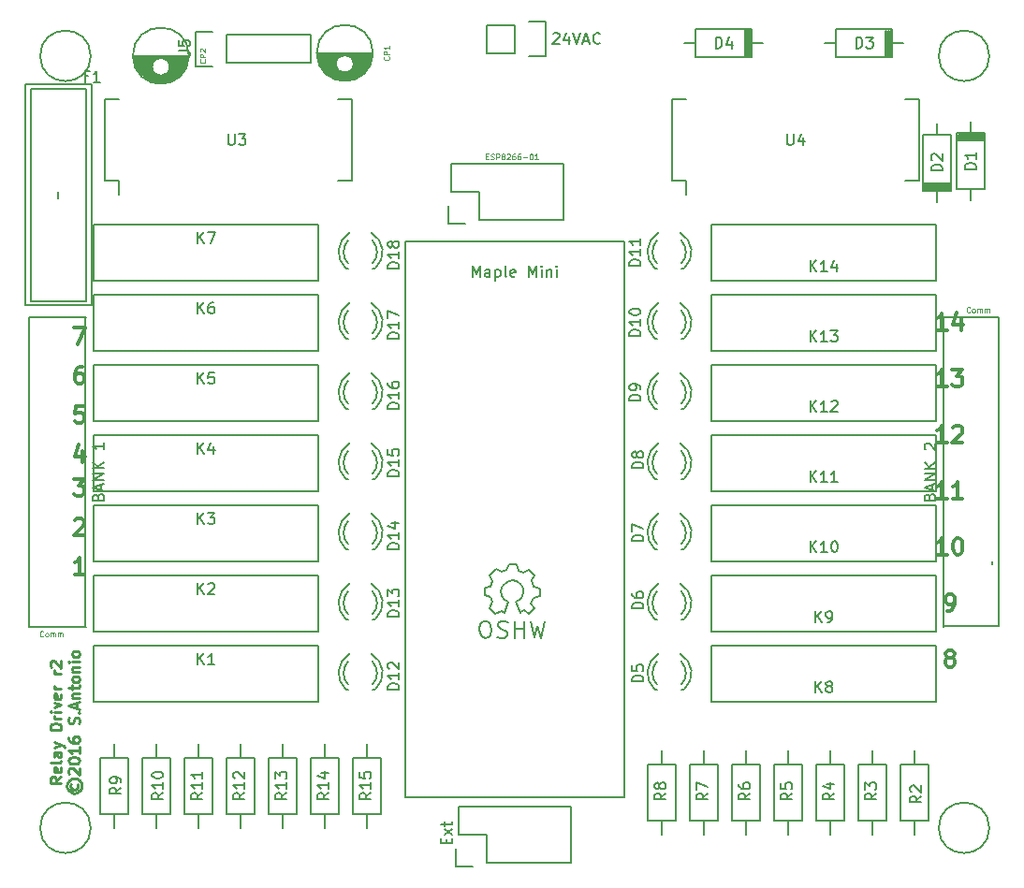
<source format=gto>
G04 #@! TF.FileFunction,Legend,Top*
%FSLAX46Y46*%
G04 Gerber Fmt 4.6, Leading zero omitted, Abs format (unit mm)*
G04 Created by KiCad (PCBNEW (2016-01-13 BZR 6465, Git 5af18e5)-product) date Wed 03 Feb 2016 11:46:56 AWST*
%MOMM*%
G01*
G04 APERTURE LIST*
%ADD10C,0.100000*%
%ADD11C,0.300000*%
%ADD12C,0.250000*%
%ADD13C,0.200000*%
%ADD14C,0.150000*%
%ADD15C,0.125000*%
G04 APERTURE END LIST*
D10*
D11*
X149431429Y-120733429D02*
X149502858Y-120662000D01*
X149645715Y-120590571D01*
X150002858Y-120590571D01*
X150145715Y-120662000D01*
X150217144Y-120733429D01*
X150288572Y-120876286D01*
X150288572Y-121019143D01*
X150217144Y-121233429D01*
X149360001Y-122090571D01*
X150288572Y-122090571D01*
D12*
X148217381Y-143955472D02*
X147741190Y-144288806D01*
X148217381Y-144526901D02*
X147217381Y-144526901D01*
X147217381Y-144145948D01*
X147265000Y-144050710D01*
X147312619Y-144003091D01*
X147407857Y-143955472D01*
X147550714Y-143955472D01*
X147645952Y-144003091D01*
X147693571Y-144050710D01*
X147741190Y-144145948D01*
X147741190Y-144526901D01*
X148169762Y-143145948D02*
X148217381Y-143241186D01*
X148217381Y-143431663D01*
X148169762Y-143526901D01*
X148074524Y-143574520D01*
X147693571Y-143574520D01*
X147598333Y-143526901D01*
X147550714Y-143431663D01*
X147550714Y-143241186D01*
X147598333Y-143145948D01*
X147693571Y-143098329D01*
X147788810Y-143098329D01*
X147884048Y-143574520D01*
X148217381Y-142526901D02*
X148169762Y-142622139D01*
X148074524Y-142669758D01*
X147217381Y-142669758D01*
X148217381Y-141717376D02*
X147693571Y-141717376D01*
X147598333Y-141764995D01*
X147550714Y-141860233D01*
X147550714Y-142050710D01*
X147598333Y-142145948D01*
X148169762Y-141717376D02*
X148217381Y-141812614D01*
X148217381Y-142050710D01*
X148169762Y-142145948D01*
X148074524Y-142193567D01*
X147979286Y-142193567D01*
X147884048Y-142145948D01*
X147836429Y-142050710D01*
X147836429Y-141812614D01*
X147788810Y-141717376D01*
X147550714Y-141336424D02*
X148217381Y-141098329D01*
X147550714Y-140860233D02*
X148217381Y-141098329D01*
X148455476Y-141193567D01*
X148503095Y-141241186D01*
X148550714Y-141336424D01*
X148217381Y-139717376D02*
X147217381Y-139717376D01*
X147217381Y-139479281D01*
X147265000Y-139336423D01*
X147360238Y-139241185D01*
X147455476Y-139193566D01*
X147645952Y-139145947D01*
X147788810Y-139145947D01*
X147979286Y-139193566D01*
X148074524Y-139241185D01*
X148169762Y-139336423D01*
X148217381Y-139479281D01*
X148217381Y-139717376D01*
X148217381Y-138717376D02*
X147550714Y-138717376D01*
X147741190Y-138717376D02*
X147645952Y-138669757D01*
X147598333Y-138622138D01*
X147550714Y-138526900D01*
X147550714Y-138431661D01*
X148217381Y-138098328D02*
X147550714Y-138098328D01*
X147217381Y-138098328D02*
X147265000Y-138145947D01*
X147312619Y-138098328D01*
X147265000Y-138050709D01*
X147217381Y-138098328D01*
X147312619Y-138098328D01*
X147550714Y-137717376D02*
X148217381Y-137479281D01*
X147550714Y-137241185D01*
X148169762Y-136479280D02*
X148217381Y-136574518D01*
X148217381Y-136764995D01*
X148169762Y-136860233D01*
X148074524Y-136907852D01*
X147693571Y-136907852D01*
X147598333Y-136860233D01*
X147550714Y-136764995D01*
X147550714Y-136574518D01*
X147598333Y-136479280D01*
X147693571Y-136431661D01*
X147788810Y-136431661D01*
X147884048Y-136907852D01*
X148217381Y-136003090D02*
X147550714Y-136003090D01*
X147741190Y-136003090D02*
X147645952Y-135955471D01*
X147598333Y-135907852D01*
X147550714Y-135812614D01*
X147550714Y-135717375D01*
X148217381Y-134622137D02*
X147550714Y-134622137D01*
X147741190Y-134622137D02*
X147645952Y-134574518D01*
X147598333Y-134526899D01*
X147550714Y-134431661D01*
X147550714Y-134336422D01*
X147312619Y-134050708D02*
X147265000Y-134003089D01*
X147217381Y-133907851D01*
X147217381Y-133669755D01*
X147265000Y-133574517D01*
X147312619Y-133526898D01*
X147407857Y-133479279D01*
X147503095Y-133479279D01*
X147645952Y-133526898D01*
X148217381Y-134098327D01*
X148217381Y-133479279D01*
X149105476Y-144598329D02*
X149057857Y-144693567D01*
X149057857Y-144884043D01*
X149105476Y-144979281D01*
X149200714Y-145074519D01*
X149295952Y-145122138D01*
X149486429Y-145122138D01*
X149581667Y-145074519D01*
X149676905Y-144979281D01*
X149724524Y-144884043D01*
X149724524Y-144693567D01*
X149676905Y-144598329D01*
X148724524Y-144788805D02*
X148772143Y-145026900D01*
X148915000Y-145264996D01*
X149153095Y-145407853D01*
X149391190Y-145455472D01*
X149629286Y-145407853D01*
X149867381Y-145264996D01*
X150010238Y-145026900D01*
X150057857Y-144788805D01*
X150010238Y-144550710D01*
X149867381Y-144312615D01*
X149629286Y-144169758D01*
X149391190Y-144122138D01*
X149153095Y-144169758D01*
X148915000Y-144312615D01*
X148772143Y-144550710D01*
X148724524Y-144788805D01*
X148962619Y-143741186D02*
X148915000Y-143693567D01*
X148867381Y-143598329D01*
X148867381Y-143360233D01*
X148915000Y-143264995D01*
X148962619Y-143217376D01*
X149057857Y-143169757D01*
X149153095Y-143169757D01*
X149295952Y-143217376D01*
X149867381Y-143788805D01*
X149867381Y-143169757D01*
X148867381Y-142550710D02*
X148867381Y-142455471D01*
X148915000Y-142360233D01*
X148962619Y-142312614D01*
X149057857Y-142264995D01*
X149248333Y-142217376D01*
X149486429Y-142217376D01*
X149676905Y-142264995D01*
X149772143Y-142312614D01*
X149819762Y-142360233D01*
X149867381Y-142455471D01*
X149867381Y-142550710D01*
X149819762Y-142645948D01*
X149772143Y-142693567D01*
X149676905Y-142741186D01*
X149486429Y-142788805D01*
X149248333Y-142788805D01*
X149057857Y-142741186D01*
X148962619Y-142693567D01*
X148915000Y-142645948D01*
X148867381Y-142550710D01*
X149867381Y-141264995D02*
X149867381Y-141836424D01*
X149867381Y-141550710D02*
X148867381Y-141550710D01*
X149010238Y-141645948D01*
X149105476Y-141741186D01*
X149153095Y-141836424D01*
X148867381Y-140407852D02*
X148867381Y-140598329D01*
X148915000Y-140693567D01*
X148962619Y-140741186D01*
X149105476Y-140836424D01*
X149295952Y-140884043D01*
X149676905Y-140884043D01*
X149772143Y-140836424D01*
X149819762Y-140788805D01*
X149867381Y-140693567D01*
X149867381Y-140503090D01*
X149819762Y-140407852D01*
X149772143Y-140360233D01*
X149676905Y-140312614D01*
X149438810Y-140312614D01*
X149343571Y-140360233D01*
X149295952Y-140407852D01*
X149248333Y-140503090D01*
X149248333Y-140693567D01*
X149295952Y-140788805D01*
X149343571Y-140836424D01*
X149438810Y-140884043D01*
X149819762Y-139169757D02*
X149867381Y-139026900D01*
X149867381Y-138788804D01*
X149819762Y-138693566D01*
X149772143Y-138645947D01*
X149676905Y-138598328D01*
X149581667Y-138598328D01*
X149486429Y-138645947D01*
X149438810Y-138693566D01*
X149391190Y-138788804D01*
X149343571Y-138979281D01*
X149295952Y-139074519D01*
X149248333Y-139122138D01*
X149153095Y-139169757D01*
X149057857Y-139169757D01*
X148962619Y-139122138D01*
X148915000Y-139074519D01*
X148867381Y-138979281D01*
X148867381Y-138741185D01*
X148915000Y-138598328D01*
X149772143Y-138169757D02*
X149819762Y-138122138D01*
X149867381Y-138169757D01*
X149819762Y-138217376D01*
X149772143Y-138169757D01*
X149867381Y-138169757D01*
X149581667Y-137741186D02*
X149581667Y-137264995D01*
X149867381Y-137836424D02*
X148867381Y-137503091D01*
X149867381Y-137169757D01*
X149200714Y-136836424D02*
X149867381Y-136836424D01*
X149295952Y-136836424D02*
X149248333Y-136788805D01*
X149200714Y-136693567D01*
X149200714Y-136550709D01*
X149248333Y-136455471D01*
X149343571Y-136407852D01*
X149867381Y-136407852D01*
X149200714Y-136074519D02*
X149200714Y-135693567D01*
X148867381Y-135931662D02*
X149724524Y-135931662D01*
X149819762Y-135884043D01*
X149867381Y-135788805D01*
X149867381Y-135693567D01*
X149867381Y-135217376D02*
X149819762Y-135312614D01*
X149772143Y-135360233D01*
X149676905Y-135407852D01*
X149391190Y-135407852D01*
X149295952Y-135360233D01*
X149248333Y-135312614D01*
X149200714Y-135217376D01*
X149200714Y-135074518D01*
X149248333Y-134979280D01*
X149295952Y-134931661D01*
X149391190Y-134884042D01*
X149676905Y-134884042D01*
X149772143Y-134931661D01*
X149819762Y-134979280D01*
X149867381Y-135074518D01*
X149867381Y-135217376D01*
X149200714Y-134455471D02*
X149867381Y-134455471D01*
X149295952Y-134455471D02*
X149248333Y-134407852D01*
X149200714Y-134312614D01*
X149200714Y-134169756D01*
X149248333Y-134074518D01*
X149343571Y-134026899D01*
X149867381Y-134026899D01*
X149867381Y-133550709D02*
X149200714Y-133550709D01*
X148867381Y-133550709D02*
X148915000Y-133598328D01*
X148962619Y-133550709D01*
X148915000Y-133503090D01*
X148867381Y-133550709D01*
X148962619Y-133550709D01*
X149867381Y-132931662D02*
X149819762Y-133026900D01*
X149772143Y-133074519D01*
X149676905Y-133122138D01*
X149391190Y-133122138D01*
X149295952Y-133074519D01*
X149248333Y-133026900D01*
X149200714Y-132931662D01*
X149200714Y-132788804D01*
X149248333Y-132693566D01*
X149295952Y-132645947D01*
X149391190Y-132598328D01*
X149676905Y-132598328D01*
X149772143Y-132645947D01*
X149819762Y-132693566D01*
X149867381Y-132788804D01*
X149867381Y-132931662D01*
D13*
X232410000Y-124460000D02*
X232410000Y-124714000D01*
D11*
X228314286Y-103548571D02*
X227457143Y-103548571D01*
X227885715Y-103548571D02*
X227885715Y-102048571D01*
X227742858Y-102262857D01*
X227600000Y-102405714D01*
X227457143Y-102477143D01*
X229600000Y-102548571D02*
X229600000Y-103548571D01*
X229242857Y-101977143D02*
X228885714Y-103048571D01*
X229814286Y-103048571D01*
X228314286Y-108628571D02*
X227457143Y-108628571D01*
X227885715Y-108628571D02*
X227885715Y-107128571D01*
X227742858Y-107342857D01*
X227600000Y-107485714D01*
X227457143Y-107557143D01*
X228814286Y-107128571D02*
X229742857Y-107128571D01*
X229242857Y-107700000D01*
X229457143Y-107700000D01*
X229600000Y-107771429D01*
X229671429Y-107842857D01*
X229742857Y-107985714D01*
X229742857Y-108342857D01*
X229671429Y-108485714D01*
X229600000Y-108557143D01*
X229457143Y-108628571D01*
X229028571Y-108628571D01*
X228885714Y-108557143D01*
X228814286Y-108485714D01*
X228314286Y-113708571D02*
X227457143Y-113708571D01*
X227885715Y-113708571D02*
X227885715Y-112208571D01*
X227742858Y-112422857D01*
X227600000Y-112565714D01*
X227457143Y-112637143D01*
X228885714Y-112351429D02*
X228957143Y-112280000D01*
X229100000Y-112208571D01*
X229457143Y-112208571D01*
X229600000Y-112280000D01*
X229671429Y-112351429D01*
X229742857Y-112494286D01*
X229742857Y-112637143D01*
X229671429Y-112851429D01*
X228814286Y-113708571D01*
X229742857Y-113708571D01*
X228314286Y-118788571D02*
X227457143Y-118788571D01*
X227885715Y-118788571D02*
X227885715Y-117288571D01*
X227742858Y-117502857D01*
X227600000Y-117645714D01*
X227457143Y-117717143D01*
X229742857Y-118788571D02*
X228885714Y-118788571D01*
X229314286Y-118788571D02*
X229314286Y-117288571D01*
X229171429Y-117502857D01*
X229028571Y-117645714D01*
X228885714Y-117717143D01*
X228314286Y-123868571D02*
X227457143Y-123868571D01*
X227885715Y-123868571D02*
X227885715Y-122368571D01*
X227742858Y-122582857D01*
X227600000Y-122725714D01*
X227457143Y-122797143D01*
X229242857Y-122368571D02*
X229385714Y-122368571D01*
X229528571Y-122440000D01*
X229600000Y-122511429D01*
X229671429Y-122654286D01*
X229742857Y-122940000D01*
X229742857Y-123297143D01*
X229671429Y-123582857D01*
X229600000Y-123725714D01*
X229528571Y-123797143D01*
X229385714Y-123868571D01*
X229242857Y-123868571D01*
X229100000Y-123797143D01*
X229028571Y-123725714D01*
X228957143Y-123582857D01*
X228885714Y-123297143D01*
X228885714Y-122940000D01*
X228957143Y-122654286D01*
X229028571Y-122511429D01*
X229100000Y-122440000D01*
X229242857Y-122368571D01*
X228314286Y-128948571D02*
X228600001Y-128948571D01*
X228742858Y-128877143D01*
X228814286Y-128805714D01*
X228957144Y-128591429D01*
X229028572Y-128305714D01*
X229028572Y-127734286D01*
X228957144Y-127591429D01*
X228885715Y-127520000D01*
X228742858Y-127448571D01*
X228457144Y-127448571D01*
X228314286Y-127520000D01*
X228242858Y-127591429D01*
X228171429Y-127734286D01*
X228171429Y-128091429D01*
X228242858Y-128234286D01*
X228314286Y-128305714D01*
X228457144Y-128377143D01*
X228742858Y-128377143D01*
X228885715Y-128305714D01*
X228957144Y-128234286D01*
X229028572Y-128091429D01*
X228457144Y-133171429D02*
X228314286Y-133100000D01*
X228242858Y-133028571D01*
X228171429Y-132885714D01*
X228171429Y-132814286D01*
X228242858Y-132671429D01*
X228314286Y-132600000D01*
X228457144Y-132528571D01*
X228742858Y-132528571D01*
X228885715Y-132600000D01*
X228957144Y-132671429D01*
X229028572Y-132814286D01*
X229028572Y-132885714D01*
X228957144Y-133028571D01*
X228885715Y-133100000D01*
X228742858Y-133171429D01*
X228457144Y-133171429D01*
X228314286Y-133242857D01*
X228242858Y-133314286D01*
X228171429Y-133457143D01*
X228171429Y-133742857D01*
X228242858Y-133885714D01*
X228314286Y-133957143D01*
X228457144Y-134028571D01*
X228742858Y-134028571D01*
X228885715Y-133957143D01*
X228957144Y-133885714D01*
X229028572Y-133742857D01*
X229028572Y-133457143D01*
X228957144Y-133314286D01*
X228885715Y-133242857D01*
X228742858Y-133171429D01*
X149360001Y-103318571D02*
X150360001Y-103318571D01*
X149717144Y-104818571D01*
X150145715Y-106874571D02*
X149860001Y-106874571D01*
X149717144Y-106946000D01*
X149645715Y-107017429D01*
X149502858Y-107231714D01*
X149431429Y-107517429D01*
X149431429Y-108088857D01*
X149502858Y-108231714D01*
X149574286Y-108303143D01*
X149717144Y-108374571D01*
X150002858Y-108374571D01*
X150145715Y-108303143D01*
X150217144Y-108231714D01*
X150288572Y-108088857D01*
X150288572Y-107731714D01*
X150217144Y-107588857D01*
X150145715Y-107517429D01*
X150002858Y-107446000D01*
X149717144Y-107446000D01*
X149574286Y-107517429D01*
X149502858Y-107588857D01*
X149431429Y-107731714D01*
X150217144Y-110430571D02*
X149502858Y-110430571D01*
X149431429Y-111144857D01*
X149502858Y-111073429D01*
X149645715Y-111002000D01*
X150002858Y-111002000D01*
X150145715Y-111073429D01*
X150217144Y-111144857D01*
X150288572Y-111287714D01*
X150288572Y-111644857D01*
X150217144Y-111787714D01*
X150145715Y-111859143D01*
X150002858Y-111930571D01*
X149645715Y-111930571D01*
X149502858Y-111859143D01*
X149431429Y-111787714D01*
X150145715Y-114486571D02*
X150145715Y-115486571D01*
X149788572Y-113915143D02*
X149431429Y-114986571D01*
X150360001Y-114986571D01*
X149360001Y-117034571D02*
X150288572Y-117034571D01*
X149788572Y-117606000D01*
X150002858Y-117606000D01*
X150145715Y-117677429D01*
X150217144Y-117748857D01*
X150288572Y-117891714D01*
X150288572Y-118248857D01*
X150217144Y-118391714D01*
X150145715Y-118463143D01*
X150002858Y-118534571D01*
X149574286Y-118534571D01*
X149431429Y-118463143D01*
X149360001Y-118391714D01*
X150288572Y-125646571D02*
X149431429Y-125646571D01*
X149860001Y-125646571D02*
X149860001Y-124146571D01*
X149717144Y-124360857D01*
X149574286Y-124503714D01*
X149431429Y-124575143D01*
D14*
X228028500Y-130365500D02*
X233045000Y-130365500D01*
X233045000Y-130365500D02*
X233045000Y-102425500D01*
X233045000Y-102425500D02*
X228028500Y-102425500D01*
X228040000Y-102401000D02*
X228040000Y-130401000D01*
X150431500Y-130429000D02*
X145288000Y-130429000D01*
X145288000Y-130429000D02*
X145288000Y-102425500D01*
X145288000Y-102425500D02*
X150431500Y-102425500D01*
X150420000Y-130390000D02*
X150420000Y-102390000D01*
X210566000Y-76327000D02*
X210566000Y-78740000D01*
X210566000Y-78740000D02*
X210439000Y-78740000D01*
X210439000Y-78740000D02*
X210439000Y-76327000D01*
X210439000Y-76327000D02*
X210312000Y-76327000D01*
X210312000Y-76327000D02*
X210312000Y-78740000D01*
X210312000Y-78740000D02*
X210185000Y-78740000D01*
X210185000Y-78740000D02*
X210185000Y-76327000D01*
X210185000Y-76327000D02*
X210058000Y-76327000D01*
X210058000Y-76327000D02*
X210058000Y-78740000D01*
X205613000Y-77597000D02*
X204597000Y-77597000D01*
X210693000Y-77594460D02*
X211709000Y-77594460D01*
X205613000Y-78864460D02*
X205613000Y-76324460D01*
X205613000Y-76324460D02*
X210693000Y-76324460D01*
X210693000Y-76324460D02*
X210693000Y-78864460D01*
X210693000Y-78864460D02*
X205613000Y-78864460D01*
X218313000Y-77597000D02*
X217297000Y-77597000D01*
X223266000Y-76327000D02*
X223266000Y-78740000D01*
X223266000Y-78740000D02*
X223139000Y-78740000D01*
X223139000Y-78740000D02*
X223139000Y-76454000D01*
X223139000Y-76454000D02*
X223012000Y-76454000D01*
X223012000Y-76454000D02*
X223012000Y-78740000D01*
X223012000Y-78740000D02*
X222885000Y-78740000D01*
X222885000Y-78740000D02*
X222885000Y-76454000D01*
X222885000Y-76454000D02*
X222758000Y-76454000D01*
X222758000Y-76454000D02*
X222758000Y-78740000D01*
X223393000Y-77594460D02*
X224409000Y-77594460D01*
X218313000Y-78864460D02*
X218313000Y-76324460D01*
X218313000Y-76324460D02*
X223393000Y-76324460D01*
X223393000Y-76324460D02*
X223393000Y-78864460D01*
X223393000Y-78864460D02*
X218313000Y-78864460D01*
X227457000Y-85852000D02*
X227457000Y-84836000D01*
X228727000Y-90805000D02*
X226187000Y-90805000D01*
X226187000Y-90805000D02*
X226187000Y-90678000D01*
X226187000Y-90678000D02*
X228727000Y-90678000D01*
X228727000Y-90678000D02*
X228727000Y-90551000D01*
X228727000Y-90551000D02*
X226187000Y-90551000D01*
X226187000Y-90551000D02*
X226187000Y-90424000D01*
X226187000Y-90424000D02*
X228727000Y-90424000D01*
X228727000Y-90424000D02*
X228727000Y-90297000D01*
X228727000Y-90297000D02*
X226187000Y-90297000D01*
X227459540Y-90932000D02*
X227459540Y-91948000D01*
X226189540Y-85852000D02*
X228729540Y-85852000D01*
X228729540Y-85852000D02*
X228729540Y-90932000D01*
X228729540Y-90932000D02*
X226189540Y-90932000D01*
X226189540Y-90932000D02*
X226189540Y-85852000D01*
X230505000Y-90805000D02*
X230505000Y-91821000D01*
X229235000Y-86233000D02*
X231775000Y-86233000D01*
X231775000Y-86233000D02*
X231775000Y-86360000D01*
X231775000Y-86360000D02*
X229235000Y-86360000D01*
X229235000Y-86360000D02*
X229235000Y-86106000D01*
X229235000Y-86106000D02*
X231775000Y-86106000D01*
X231775000Y-86106000D02*
X231775000Y-85979000D01*
X231775000Y-85979000D02*
X229362000Y-85979000D01*
X229362000Y-85979000D02*
X229362000Y-85852000D01*
X229362000Y-85852000D02*
X231775000Y-85852000D01*
X230502460Y-85725000D02*
X230502460Y-84709000D01*
X231772460Y-90805000D02*
X229232460Y-90805000D01*
X229232460Y-90805000D02*
X229232460Y-85725000D01*
X229232460Y-85725000D02*
X231772460Y-85725000D01*
X231772460Y-85725000D02*
X231772460Y-90805000D01*
X150876000Y-78740000D02*
G75*
G03X150876000Y-78740000I-2286000J0D01*
G01*
X150876000Y-148590000D02*
G75*
G03X150876000Y-148590000I-2286000J0D01*
G01*
X232156000Y-148590000D02*
G75*
G03X232156000Y-148590000I-2286000J0D01*
G01*
X199136000Y-95504000D02*
X179324000Y-95504000D01*
X179324000Y-95504000D02*
X179324000Y-145796000D01*
X179324000Y-145796000D02*
X199136000Y-145796000D01*
X199136000Y-145796000D02*
X199136000Y-95504000D01*
X204514000Y-136089000D02*
X204314000Y-136089000D01*
X201920000Y-136089000D02*
X202100000Y-136089000D01*
X202230357Y-132861256D02*
G75*
G03X201914000Y-136089000I1003643J-1727744D01*
G01*
X202100932Y-133536994D02*
G75*
G03X202100000Y-135640000I1133068J-1052006D01*
G01*
X204540726Y-136076220D02*
G75*
G03X204194000Y-132839000I-1306726J1497220D01*
G01*
X204313253Y-135602889D02*
G75*
G03X204294000Y-133555000I-1079253J1013889D01*
G01*
X204514000Y-129739000D02*
X204314000Y-129739000D01*
X201920000Y-129739000D02*
X202100000Y-129739000D01*
X202230357Y-126511256D02*
G75*
G03X201914000Y-129739000I1003643J-1727744D01*
G01*
X202100932Y-127186994D02*
G75*
G03X202100000Y-129290000I1133068J-1052006D01*
G01*
X204540726Y-129726220D02*
G75*
G03X204194000Y-126489000I-1306726J1497220D01*
G01*
X204313253Y-129252889D02*
G75*
G03X204294000Y-127205000I-1079253J1013889D01*
G01*
X204514000Y-123389000D02*
X204314000Y-123389000D01*
X201920000Y-123389000D02*
X202100000Y-123389000D01*
X202230357Y-120161256D02*
G75*
G03X201914000Y-123389000I1003643J-1727744D01*
G01*
X202100932Y-120836994D02*
G75*
G03X202100000Y-122940000I1133068J-1052006D01*
G01*
X204540726Y-123376220D02*
G75*
G03X204194000Y-120139000I-1306726J1497220D01*
G01*
X204313253Y-122902889D02*
G75*
G03X204294000Y-120855000I-1079253J1013889D01*
G01*
X204514000Y-117039000D02*
X204314000Y-117039000D01*
X201920000Y-117039000D02*
X202100000Y-117039000D01*
X202230357Y-113811256D02*
G75*
G03X201914000Y-117039000I1003643J-1727744D01*
G01*
X202100932Y-114486994D02*
G75*
G03X202100000Y-116590000I1133068J-1052006D01*
G01*
X204540726Y-117026220D02*
G75*
G03X204194000Y-113789000I-1306726J1497220D01*
G01*
X204313253Y-116552889D02*
G75*
G03X204294000Y-114505000I-1079253J1013889D01*
G01*
X204514000Y-110689000D02*
X204314000Y-110689000D01*
X201920000Y-110689000D02*
X202100000Y-110689000D01*
X202230357Y-107461256D02*
G75*
G03X201914000Y-110689000I1003643J-1727744D01*
G01*
X202100932Y-108136994D02*
G75*
G03X202100000Y-110240000I1133068J-1052006D01*
G01*
X204540726Y-110676220D02*
G75*
G03X204194000Y-107439000I-1306726J1497220D01*
G01*
X204313253Y-110202889D02*
G75*
G03X204294000Y-108155000I-1079253J1013889D01*
G01*
X204514000Y-104339000D02*
X204314000Y-104339000D01*
X201920000Y-104339000D02*
X202100000Y-104339000D01*
X202230357Y-101111256D02*
G75*
G03X201914000Y-104339000I1003643J-1727744D01*
G01*
X202100932Y-101786994D02*
G75*
G03X202100000Y-103890000I1133068J-1052006D01*
G01*
X204540726Y-104326220D02*
G75*
G03X204194000Y-101089000I-1306726J1497220D01*
G01*
X204313253Y-103852889D02*
G75*
G03X204294000Y-101805000I-1079253J1013889D01*
G01*
X204514000Y-97989000D02*
X204314000Y-97989000D01*
X201920000Y-97989000D02*
X202100000Y-97989000D01*
X202230357Y-94761256D02*
G75*
G03X201914000Y-97989000I1003643J-1727744D01*
G01*
X202100932Y-95436994D02*
G75*
G03X202100000Y-97540000I1133068J-1052006D01*
G01*
X204540726Y-97976220D02*
G75*
G03X204194000Y-94739000I-1306726J1497220D01*
G01*
X204313253Y-97502889D02*
G75*
G03X204294000Y-95455000I-1079253J1013889D01*
G01*
X176574000Y-136089000D02*
X176374000Y-136089000D01*
X173980000Y-136089000D02*
X174160000Y-136089000D01*
X174290357Y-132861256D02*
G75*
G03X173974000Y-136089000I1003643J-1727744D01*
G01*
X174160932Y-133536994D02*
G75*
G03X174160000Y-135640000I1133068J-1052006D01*
G01*
X176600726Y-136076220D02*
G75*
G03X176254000Y-132839000I-1306726J1497220D01*
G01*
X176373253Y-135602889D02*
G75*
G03X176354000Y-133555000I-1079253J1013889D01*
G01*
X176574000Y-129739000D02*
X176374000Y-129739000D01*
X173980000Y-129739000D02*
X174160000Y-129739000D01*
X174290357Y-126511256D02*
G75*
G03X173974000Y-129739000I1003643J-1727744D01*
G01*
X174160932Y-127186994D02*
G75*
G03X174160000Y-129290000I1133068J-1052006D01*
G01*
X176600726Y-129726220D02*
G75*
G03X176254000Y-126489000I-1306726J1497220D01*
G01*
X176373253Y-129252889D02*
G75*
G03X176354000Y-127205000I-1079253J1013889D01*
G01*
X176574000Y-123389000D02*
X176374000Y-123389000D01*
X173980000Y-123389000D02*
X174160000Y-123389000D01*
X174290357Y-120161256D02*
G75*
G03X173974000Y-123389000I1003643J-1727744D01*
G01*
X174160932Y-120836994D02*
G75*
G03X174160000Y-122940000I1133068J-1052006D01*
G01*
X176600726Y-123376220D02*
G75*
G03X176254000Y-120139000I-1306726J1497220D01*
G01*
X176373253Y-122902889D02*
G75*
G03X176354000Y-120855000I-1079253J1013889D01*
G01*
X176574000Y-117039000D02*
X176374000Y-117039000D01*
X173980000Y-117039000D02*
X174160000Y-117039000D01*
X174290357Y-113811256D02*
G75*
G03X173974000Y-117039000I1003643J-1727744D01*
G01*
X174160932Y-114486994D02*
G75*
G03X174160000Y-116590000I1133068J-1052006D01*
G01*
X176600726Y-117026220D02*
G75*
G03X176254000Y-113789000I-1306726J1497220D01*
G01*
X176373253Y-116552889D02*
G75*
G03X176354000Y-114505000I-1079253J1013889D01*
G01*
X176574000Y-110689000D02*
X176374000Y-110689000D01*
X173980000Y-110689000D02*
X174160000Y-110689000D01*
X174290357Y-107461256D02*
G75*
G03X173974000Y-110689000I1003643J-1727744D01*
G01*
X174160932Y-108136994D02*
G75*
G03X174160000Y-110240000I1133068J-1052006D01*
G01*
X176600726Y-110676220D02*
G75*
G03X176254000Y-107439000I-1306726J1497220D01*
G01*
X176373253Y-110202889D02*
G75*
G03X176354000Y-108155000I-1079253J1013889D01*
G01*
X176574000Y-104339000D02*
X176374000Y-104339000D01*
X173980000Y-104339000D02*
X174160000Y-104339000D01*
X174290357Y-101111256D02*
G75*
G03X173974000Y-104339000I1003643J-1727744D01*
G01*
X174160932Y-101786994D02*
G75*
G03X174160000Y-103890000I1133068J-1052006D01*
G01*
X176600726Y-104326220D02*
G75*
G03X176254000Y-101089000I-1306726J1497220D01*
G01*
X176373253Y-103852889D02*
G75*
G03X176354000Y-101805000I-1079253J1013889D01*
G01*
X176574000Y-97989000D02*
X176374000Y-97989000D01*
X173980000Y-97989000D02*
X174160000Y-97989000D01*
X174290357Y-94761256D02*
G75*
G03X173974000Y-97989000I1003643J-1727744D01*
G01*
X174160932Y-95436994D02*
G75*
G03X174160000Y-97540000I1133068J-1052006D01*
G01*
X176600726Y-97976220D02*
G75*
G03X176254000Y-94739000I-1306726J1497220D01*
G01*
X176373253Y-97502889D02*
G75*
G03X176354000Y-95455000I-1079253J1013889D01*
G01*
X189230000Y-78486000D02*
X186690000Y-78486000D01*
X192050000Y-78766000D02*
X190500000Y-78766000D01*
X189230000Y-78486000D02*
X189230000Y-75946000D01*
X190500000Y-75666000D02*
X192050000Y-75666000D01*
X192050000Y-75666000D02*
X192050000Y-78766000D01*
X189230000Y-75946000D02*
X186690000Y-75946000D01*
X186690000Y-75946000D02*
X186690000Y-78486000D01*
X186690000Y-151765000D02*
X194310000Y-151765000D01*
X194310000Y-151765000D02*
X194310000Y-146685000D01*
X194310000Y-146685000D02*
X184150000Y-146685000D01*
X184150000Y-146685000D02*
X184150000Y-149225000D01*
X183870000Y-150495000D02*
X183870000Y-152045000D01*
X184150000Y-149225000D02*
X186690000Y-149225000D01*
X186690000Y-149225000D02*
X186690000Y-151765000D01*
X183870000Y-152045000D02*
X185420000Y-152045000D01*
X163195000Y-79375000D02*
X170815000Y-79375000D01*
X163195000Y-76835000D02*
X170815000Y-76835000D01*
X160375000Y-76555000D02*
X161925000Y-76555000D01*
X170815000Y-79375000D02*
X170815000Y-76835000D01*
X163195000Y-76835000D02*
X163195000Y-79375000D01*
X161925000Y-79655000D02*
X160375000Y-79655000D01*
X160375000Y-79655000D02*
X160375000Y-76555000D01*
X226695000Y-142875000D02*
X226695000Y-147955000D01*
X226695000Y-147955000D02*
X224155000Y-147955000D01*
X224155000Y-147955000D02*
X224155000Y-142875000D01*
X224155000Y-142875000D02*
X226695000Y-142875000D01*
X225425000Y-142875000D02*
X225425000Y-141605000D01*
X225425000Y-147955000D02*
X225425000Y-149225000D01*
X222885000Y-142875000D02*
X222885000Y-147955000D01*
X222885000Y-147955000D02*
X220345000Y-147955000D01*
X220345000Y-147955000D02*
X220345000Y-142875000D01*
X220345000Y-142875000D02*
X222885000Y-142875000D01*
X221615000Y-142875000D02*
X221615000Y-141605000D01*
X221615000Y-147955000D02*
X221615000Y-149225000D01*
X219075000Y-142875000D02*
X219075000Y-147955000D01*
X219075000Y-147955000D02*
X216535000Y-147955000D01*
X216535000Y-147955000D02*
X216535000Y-142875000D01*
X216535000Y-142875000D02*
X219075000Y-142875000D01*
X217805000Y-142875000D02*
X217805000Y-141605000D01*
X217805000Y-147955000D02*
X217805000Y-149225000D01*
X215265000Y-142875000D02*
X215265000Y-147955000D01*
X215265000Y-147955000D02*
X212725000Y-147955000D01*
X212725000Y-147955000D02*
X212725000Y-142875000D01*
X212725000Y-142875000D02*
X215265000Y-142875000D01*
X213995000Y-142875000D02*
X213995000Y-141605000D01*
X213995000Y-147955000D02*
X213995000Y-149225000D01*
X211455000Y-142875000D02*
X211455000Y-147955000D01*
X211455000Y-147955000D02*
X208915000Y-147955000D01*
X208915000Y-147955000D02*
X208915000Y-142875000D01*
X208915000Y-142875000D02*
X211455000Y-142875000D01*
X210185000Y-142875000D02*
X210185000Y-141605000D01*
X210185000Y-147955000D02*
X210185000Y-149225000D01*
X207645000Y-142875000D02*
X207645000Y-147955000D01*
X207645000Y-147955000D02*
X205105000Y-147955000D01*
X205105000Y-147955000D02*
X205105000Y-142875000D01*
X205105000Y-142875000D02*
X207645000Y-142875000D01*
X206375000Y-142875000D02*
X206375000Y-141605000D01*
X206375000Y-147955000D02*
X206375000Y-149225000D01*
X203835000Y-142875000D02*
X203835000Y-147955000D01*
X203835000Y-147955000D02*
X201295000Y-147955000D01*
X201295000Y-147955000D02*
X201295000Y-142875000D01*
X201295000Y-142875000D02*
X203835000Y-142875000D01*
X202565000Y-142875000D02*
X202565000Y-141605000D01*
X202565000Y-147955000D02*
X202565000Y-149225000D01*
X154305000Y-142240000D02*
X154305000Y-147320000D01*
X154305000Y-147320000D02*
X151765000Y-147320000D01*
X151765000Y-147320000D02*
X151765000Y-142240000D01*
X151765000Y-142240000D02*
X154305000Y-142240000D01*
X153035000Y-142240000D02*
X153035000Y-140970000D01*
X153035000Y-147320000D02*
X153035000Y-148590000D01*
X158115000Y-142240000D02*
X158115000Y-147320000D01*
X158115000Y-147320000D02*
X155575000Y-147320000D01*
X155575000Y-147320000D02*
X155575000Y-142240000D01*
X155575000Y-142240000D02*
X158115000Y-142240000D01*
X156845000Y-142240000D02*
X156845000Y-140970000D01*
X156845000Y-147320000D02*
X156845000Y-148590000D01*
X161925000Y-142240000D02*
X161925000Y-147320000D01*
X161925000Y-147320000D02*
X159385000Y-147320000D01*
X159385000Y-147320000D02*
X159385000Y-142240000D01*
X159385000Y-142240000D02*
X161925000Y-142240000D01*
X160655000Y-142240000D02*
X160655000Y-140970000D01*
X160655000Y-147320000D02*
X160655000Y-148590000D01*
X165735000Y-142240000D02*
X165735000Y-147320000D01*
X165735000Y-147320000D02*
X163195000Y-147320000D01*
X163195000Y-147320000D02*
X163195000Y-142240000D01*
X163195000Y-142240000D02*
X165735000Y-142240000D01*
X164465000Y-142240000D02*
X164465000Y-140970000D01*
X164465000Y-147320000D02*
X164465000Y-148590000D01*
X169545000Y-142240000D02*
X169545000Y-147320000D01*
X169545000Y-147320000D02*
X167005000Y-147320000D01*
X167005000Y-147320000D02*
X167005000Y-142240000D01*
X167005000Y-142240000D02*
X169545000Y-142240000D01*
X168275000Y-142240000D02*
X168275000Y-140970000D01*
X168275000Y-147320000D02*
X168275000Y-148590000D01*
X173355000Y-142240000D02*
X173355000Y-147320000D01*
X173355000Y-147320000D02*
X170815000Y-147320000D01*
X170815000Y-147320000D02*
X170815000Y-142240000D01*
X170815000Y-142240000D02*
X173355000Y-142240000D01*
X172085000Y-142240000D02*
X172085000Y-140970000D01*
X172085000Y-147320000D02*
X172085000Y-148590000D01*
X177165000Y-142240000D02*
X177165000Y-147320000D01*
X177165000Y-147320000D02*
X174625000Y-147320000D01*
X174625000Y-147320000D02*
X174625000Y-142240000D01*
X174625000Y-142240000D02*
X177165000Y-142240000D01*
X175895000Y-142240000D02*
X175895000Y-140970000D01*
X175895000Y-147320000D02*
X175895000Y-148590000D01*
X152137000Y-90035000D02*
X153407000Y-90035000D01*
X152137000Y-82685000D02*
X153407000Y-82685000D01*
X174507000Y-82685000D02*
X173237000Y-82685000D01*
X174507000Y-90035000D02*
X173237000Y-90035000D01*
X152137000Y-90035000D02*
X152137000Y-82685000D01*
X174507000Y-90035000D02*
X174507000Y-82685000D01*
X153407000Y-90035000D02*
X153407000Y-91320000D01*
X203445000Y-90035000D02*
X204715000Y-90035000D01*
X203445000Y-82685000D02*
X204715000Y-82685000D01*
X225815000Y-82685000D02*
X224545000Y-82685000D01*
X225815000Y-90035000D02*
X224545000Y-90035000D01*
X203445000Y-90035000D02*
X203445000Y-82685000D01*
X225815000Y-90035000D02*
X225815000Y-82685000D01*
X204715000Y-90035000D02*
X204715000Y-91320000D01*
X227330000Y-106680000D02*
X227330000Y-111760000D01*
X227330000Y-111760000D02*
X207010000Y-111760000D01*
X207010000Y-111760000D02*
X207010000Y-106680000D01*
X207010000Y-106680000D02*
X227330000Y-106680000D01*
X151130000Y-105410000D02*
X151130000Y-100330000D01*
X151130000Y-100330000D02*
X171450000Y-100330000D01*
X171450000Y-100330000D02*
X171450000Y-105410000D01*
X171450000Y-105410000D02*
X151130000Y-105410000D01*
X151130000Y-99060000D02*
X151130000Y-93980000D01*
X151130000Y-93980000D02*
X171450000Y-93980000D01*
X171450000Y-93980000D02*
X171450000Y-99060000D01*
X171450000Y-99060000D02*
X151130000Y-99060000D01*
X227330000Y-132080000D02*
X227330000Y-137160000D01*
X227330000Y-137160000D02*
X207010000Y-137160000D01*
X207010000Y-137160000D02*
X207010000Y-132080000D01*
X207010000Y-132080000D02*
X227330000Y-132080000D01*
X227330000Y-100330000D02*
X227330000Y-105410000D01*
X227330000Y-105410000D02*
X207010000Y-105410000D01*
X207010000Y-105410000D02*
X207010000Y-100330000D01*
X207010000Y-100330000D02*
X227330000Y-100330000D01*
X227330000Y-125730000D02*
X227330000Y-130810000D01*
X227330000Y-130810000D02*
X207010000Y-130810000D01*
X207010000Y-130810000D02*
X207010000Y-125730000D01*
X207010000Y-125730000D02*
X227330000Y-125730000D01*
X227330000Y-119380000D02*
X227330000Y-124460000D01*
X227330000Y-124460000D02*
X207010000Y-124460000D01*
X207010000Y-124460000D02*
X207010000Y-119380000D01*
X207010000Y-119380000D02*
X227330000Y-119380000D01*
X227330000Y-113030000D02*
X227330000Y-118110000D01*
X227330000Y-118110000D02*
X207010000Y-118110000D01*
X207010000Y-118110000D02*
X207010000Y-113030000D01*
X207010000Y-113030000D02*
X227330000Y-113030000D01*
X151130000Y-137160000D02*
X151130000Y-132080000D01*
X151130000Y-132080000D02*
X171450000Y-132080000D01*
X171450000Y-132080000D02*
X171450000Y-137160000D01*
X171450000Y-137160000D02*
X151130000Y-137160000D01*
X151130000Y-130810000D02*
X151130000Y-125730000D01*
X151130000Y-125730000D02*
X171450000Y-125730000D01*
X171450000Y-125730000D02*
X171450000Y-130810000D01*
X171450000Y-130810000D02*
X151130000Y-130810000D01*
X151130000Y-124460000D02*
X151130000Y-119380000D01*
X151130000Y-119380000D02*
X171450000Y-119380000D01*
X171450000Y-119380000D02*
X171450000Y-124460000D01*
X171450000Y-124460000D02*
X151130000Y-124460000D01*
X151130000Y-118110000D02*
X151130000Y-113030000D01*
X151130000Y-113030000D02*
X171450000Y-113030000D01*
X171450000Y-113030000D02*
X171450000Y-118110000D01*
X171450000Y-118110000D02*
X151130000Y-118110000D01*
X151130000Y-111760000D02*
X151130000Y-106680000D01*
X151130000Y-106680000D02*
X171450000Y-106680000D01*
X171450000Y-106680000D02*
X171450000Y-111760000D01*
X171450000Y-111760000D02*
X151130000Y-111760000D01*
X227330000Y-93980000D02*
X227330000Y-99060000D01*
X227330000Y-99060000D02*
X207010000Y-99060000D01*
X207010000Y-99060000D02*
X207010000Y-93980000D01*
X207010000Y-93980000D02*
X227330000Y-93980000D01*
X232156000Y-78740000D02*
G75*
G03X232156000Y-78740000I-2286000J0D01*
G01*
X176362000Y-78545000D02*
X171364000Y-78545000D01*
X176354000Y-78685000D02*
X174017000Y-78685000D01*
X173709000Y-78685000D02*
X171372000Y-78685000D01*
X176338000Y-78825000D02*
X174336000Y-78825000D01*
X173390000Y-78825000D02*
X171388000Y-78825000D01*
X176314000Y-78965000D02*
X174483000Y-78965000D01*
X173243000Y-78965000D02*
X171412000Y-78965000D01*
X176281000Y-79105000D02*
X174575000Y-79105000D01*
X173151000Y-79105000D02*
X171445000Y-79105000D01*
X176240000Y-79245000D02*
X174631000Y-79245000D01*
X173095000Y-79245000D02*
X171486000Y-79245000D01*
X176190000Y-79385000D02*
X174658000Y-79385000D01*
X173068000Y-79385000D02*
X171536000Y-79385000D01*
X176129000Y-79525000D02*
X174661000Y-79525000D01*
X173065000Y-79525000D02*
X171597000Y-79525000D01*
X176059000Y-79665000D02*
X174639000Y-79665000D01*
X173087000Y-79665000D02*
X171667000Y-79665000D01*
X175977000Y-79805000D02*
X174589000Y-79805000D01*
X173137000Y-79805000D02*
X171749000Y-79805000D01*
X175882000Y-79945000D02*
X174507000Y-79945000D01*
X173219000Y-79945000D02*
X171844000Y-79945000D01*
X175771000Y-80085000D02*
X174375000Y-80085000D01*
X173351000Y-80085000D02*
X171955000Y-80085000D01*
X175643000Y-80225000D02*
X174128000Y-80225000D01*
X173598000Y-80225000D02*
X172083000Y-80225000D01*
X175494000Y-80365000D02*
X172232000Y-80365000D01*
X175315000Y-80505000D02*
X172411000Y-80505000D01*
X175096000Y-80645000D02*
X172630000Y-80645000D01*
X174807000Y-80785000D02*
X172919000Y-80785000D01*
X174335000Y-80925000D02*
X173391000Y-80925000D01*
X174663000Y-79470000D02*
G75*
G03X174663000Y-79470000I-800000J0D01*
G01*
X176400500Y-78470000D02*
G75*
G03X176400500Y-78470000I-2537500J0D01*
G01*
X159725000Y-78799000D02*
X154727000Y-78799000D01*
X159717000Y-78939000D02*
X157380000Y-78939000D01*
X157072000Y-78939000D02*
X154735000Y-78939000D01*
X159701000Y-79079000D02*
X157699000Y-79079000D01*
X156753000Y-79079000D02*
X154751000Y-79079000D01*
X159677000Y-79219000D02*
X157846000Y-79219000D01*
X156606000Y-79219000D02*
X154775000Y-79219000D01*
X159644000Y-79359000D02*
X157938000Y-79359000D01*
X156514000Y-79359000D02*
X154808000Y-79359000D01*
X159603000Y-79499000D02*
X157994000Y-79499000D01*
X156458000Y-79499000D02*
X154849000Y-79499000D01*
X159553000Y-79639000D02*
X158021000Y-79639000D01*
X156431000Y-79639000D02*
X154899000Y-79639000D01*
X159492000Y-79779000D02*
X158024000Y-79779000D01*
X156428000Y-79779000D02*
X154960000Y-79779000D01*
X159422000Y-79919000D02*
X158002000Y-79919000D01*
X156450000Y-79919000D02*
X155030000Y-79919000D01*
X159340000Y-80059000D02*
X157952000Y-80059000D01*
X156500000Y-80059000D02*
X155112000Y-80059000D01*
X159245000Y-80199000D02*
X157870000Y-80199000D01*
X156582000Y-80199000D02*
X155207000Y-80199000D01*
X159134000Y-80339000D02*
X157738000Y-80339000D01*
X156714000Y-80339000D02*
X155318000Y-80339000D01*
X159006000Y-80479000D02*
X157491000Y-80479000D01*
X156961000Y-80479000D02*
X155446000Y-80479000D01*
X158857000Y-80619000D02*
X155595000Y-80619000D01*
X158678000Y-80759000D02*
X155774000Y-80759000D01*
X158459000Y-80899000D02*
X155993000Y-80899000D01*
X158170000Y-81039000D02*
X156282000Y-81039000D01*
X157698000Y-81179000D02*
X156754000Y-81179000D01*
X158026000Y-79724000D02*
G75*
G03X158026000Y-79724000I-800000J0D01*
G01*
X159763500Y-78724000D02*
G75*
G03X159763500Y-78724000I-2537500J0D01*
G01*
X147955000Y-91013000D02*
X147955000Y-91613000D01*
X144955000Y-101313000D02*
X144955000Y-81313000D01*
X144955000Y-81313000D02*
X150955000Y-81313000D01*
X150955000Y-81313000D02*
X150955000Y-101313000D01*
X150955000Y-101313000D02*
X144955000Y-101313000D01*
X145455000Y-100913000D02*
X145455000Y-81713000D01*
X145455000Y-81713000D02*
X150455000Y-81713000D01*
X150455000Y-81713000D02*
X150455000Y-100913000D01*
X150455000Y-100913000D02*
X145455000Y-100913000D01*
X186055000Y-93599000D02*
X193675000Y-93599000D01*
X193675000Y-93599000D02*
X193675000Y-88519000D01*
X193675000Y-88519000D02*
X183515000Y-88519000D01*
X183515000Y-88519000D02*
X183515000Y-91059000D01*
X183235000Y-92329000D02*
X183235000Y-93879000D01*
X183515000Y-91059000D02*
X186055000Y-91059000D01*
X186055000Y-91059000D02*
X186055000Y-93599000D01*
X183235000Y-93879000D02*
X184785000Y-93879000D01*
X190670180Y-129905760D02*
X191030860Y-131376420D01*
X191030860Y-131376420D02*
X191310260Y-130314700D01*
X191310260Y-130314700D02*
X191620140Y-131386580D01*
X191620140Y-131386580D02*
X191960500Y-129936240D01*
X189250320Y-130596640D02*
X190040260Y-130586480D01*
X190040260Y-130586480D02*
X190050420Y-130596640D01*
X190050420Y-130596640D02*
X190050420Y-130586480D01*
X190091060Y-129875280D02*
X190091060Y-131417060D01*
X189202060Y-129865120D02*
X189202060Y-131434840D01*
X189202060Y-131434840D02*
X189212220Y-131424680D01*
X188650880Y-129966720D02*
X188300360Y-129885440D01*
X188300360Y-129885440D02*
X187980320Y-129875280D01*
X187980320Y-129875280D02*
X187741560Y-130075940D01*
X187741560Y-130075940D02*
X187711080Y-130345180D01*
X187711080Y-130345180D02*
X187952380Y-130586480D01*
X187952380Y-130586480D02*
X188341000Y-130716020D01*
X188341000Y-130716020D02*
X188521340Y-130876040D01*
X188521340Y-130876040D02*
X188561980Y-131175760D01*
X188561980Y-131175760D02*
X188330840Y-131396740D01*
X188330840Y-131396740D02*
X188010800Y-131424680D01*
X188010800Y-131424680D02*
X187660280Y-131315460D01*
X186621420Y-129865120D02*
X186372500Y-129885440D01*
X186372500Y-129885440D02*
X186131200Y-130126740D01*
X186131200Y-130126740D02*
X186042300Y-130616960D01*
X186042300Y-130616960D02*
X186070240Y-130964940D01*
X186070240Y-130964940D02*
X186270900Y-131284980D01*
X186270900Y-131284980D02*
X186522360Y-131406900D01*
X186522360Y-131406900D02*
X186832240Y-131335780D01*
X186832240Y-131335780D02*
X187050680Y-131155440D01*
X187050680Y-131155440D02*
X187121800Y-130695700D01*
X187121800Y-130695700D02*
X187071000Y-130286760D01*
X187071000Y-130286760D02*
X186961780Y-130004820D01*
X186961780Y-130004820D02*
X186601100Y-129875280D01*
X187220860Y-128145540D02*
X186961780Y-128706880D01*
X186961780Y-128706880D02*
X187500260Y-129225040D01*
X187500260Y-129225040D02*
X188020960Y-128955800D01*
X188020960Y-128955800D02*
X188300360Y-129115820D01*
X189740540Y-129095500D02*
X190070740Y-128905000D01*
X190070740Y-128905000D02*
X190510160Y-129235200D01*
X190510160Y-129235200D02*
X190982600Y-128744980D01*
X190982600Y-128744980D02*
X190700660Y-128264920D01*
X190700660Y-128264920D02*
X190891160Y-127795020D01*
X190891160Y-127795020D02*
X191500760Y-127607060D01*
X191500760Y-127607060D02*
X191500760Y-126926340D01*
X191500760Y-126926340D02*
X190941960Y-126786640D01*
X190941960Y-126786640D02*
X190741300Y-126215140D01*
X190741300Y-126215140D02*
X191010540Y-125745240D01*
X191010540Y-125745240D02*
X190540640Y-125234700D01*
X190540640Y-125234700D02*
X190022480Y-125496320D01*
X190022480Y-125496320D02*
X189552580Y-125295660D01*
X189552580Y-125295660D02*
X189382400Y-124754640D01*
X189382400Y-124754640D02*
X188691520Y-124736860D01*
X188691520Y-124736860D02*
X188480700Y-125285500D01*
X188480700Y-125285500D02*
X188061600Y-125455680D01*
X188061600Y-125455680D02*
X187510420Y-125186440D01*
X187510420Y-125186440D02*
X186992260Y-125714760D01*
X186992260Y-125714760D02*
X187241180Y-126255780D01*
X187241180Y-126255780D02*
X187071000Y-126735840D01*
X187071000Y-126735840D02*
X186522360Y-126834900D01*
X186522360Y-126834900D02*
X186512200Y-127535940D01*
X186512200Y-127535940D02*
X187071000Y-127736600D01*
X187071000Y-127736600D02*
X187210700Y-128135380D01*
X189351920Y-128115060D02*
X189651640Y-127965200D01*
X189651640Y-127965200D02*
X189852300Y-127767080D01*
X189852300Y-127767080D02*
X190002160Y-127365760D01*
X190002160Y-127365760D02*
X190002160Y-126966980D01*
X190002160Y-126966980D02*
X189852300Y-126616460D01*
X189852300Y-126616460D02*
X189400180Y-126265940D01*
X189400180Y-126265940D02*
X188950600Y-126215140D01*
X188950600Y-126215140D02*
X188551820Y-126316740D01*
X188551820Y-126316740D02*
X188150500Y-126664720D01*
X188150500Y-126664720D02*
X188000640Y-127116840D01*
X188000640Y-127116840D02*
X188051440Y-127614680D01*
X188051440Y-127614680D02*
X188300360Y-127916940D01*
X188300360Y-127916940D02*
X188650880Y-128115060D01*
X188650880Y-128115060D02*
X188300360Y-129115820D01*
X189351920Y-128115060D02*
X189750700Y-129115820D01*
X226768571Y-118639095D02*
X226816190Y-118496238D01*
X226863810Y-118448619D01*
X226959048Y-118401000D01*
X227101905Y-118401000D01*
X227197143Y-118448619D01*
X227244762Y-118496238D01*
X227292381Y-118591476D01*
X227292381Y-118972429D01*
X226292381Y-118972429D01*
X226292381Y-118639095D01*
X226340000Y-118543857D01*
X226387619Y-118496238D01*
X226482857Y-118448619D01*
X226578095Y-118448619D01*
X226673333Y-118496238D01*
X226720952Y-118543857D01*
X226768571Y-118639095D01*
X226768571Y-118972429D01*
X227006667Y-118020048D02*
X227006667Y-117543857D01*
X227292381Y-118115286D02*
X226292381Y-117781953D01*
X227292381Y-117448619D01*
X227292381Y-117115286D02*
X226292381Y-117115286D01*
X227292381Y-116543857D01*
X226292381Y-116543857D01*
X227292381Y-116067667D02*
X226292381Y-116067667D01*
X227292381Y-115496238D02*
X226720952Y-115924810D01*
X226292381Y-115496238D02*
X226863810Y-116067667D01*
X226387619Y-114353381D02*
X226340000Y-114305762D01*
X226292381Y-114210524D01*
X226292381Y-113972428D01*
X226340000Y-113877190D01*
X226387619Y-113829571D01*
X226482857Y-113781952D01*
X226578095Y-113781952D01*
X226720952Y-113829571D01*
X227292381Y-114401000D01*
X227292381Y-113781952D01*
D15*
X230401905Y-101905571D02*
X230378095Y-101929381D01*
X230306667Y-101953190D01*
X230259048Y-101953190D01*
X230187619Y-101929381D01*
X230140000Y-101881762D01*
X230116191Y-101834143D01*
X230092381Y-101738905D01*
X230092381Y-101667476D01*
X230116191Y-101572238D01*
X230140000Y-101524619D01*
X230187619Y-101477000D01*
X230259048Y-101453190D01*
X230306667Y-101453190D01*
X230378095Y-101477000D01*
X230401905Y-101500810D01*
X230687619Y-101953190D02*
X230640000Y-101929381D01*
X230616191Y-101905571D01*
X230592381Y-101857952D01*
X230592381Y-101715095D01*
X230616191Y-101667476D01*
X230640000Y-101643667D01*
X230687619Y-101619857D01*
X230759048Y-101619857D01*
X230806667Y-101643667D01*
X230830476Y-101667476D01*
X230854286Y-101715095D01*
X230854286Y-101857952D01*
X230830476Y-101905571D01*
X230806667Y-101929381D01*
X230759048Y-101953190D01*
X230687619Y-101953190D01*
X231068572Y-101953190D02*
X231068572Y-101619857D01*
X231068572Y-101667476D02*
X231092381Y-101643667D01*
X231140000Y-101619857D01*
X231211429Y-101619857D01*
X231259048Y-101643667D01*
X231282857Y-101691286D01*
X231282857Y-101953190D01*
X231282857Y-101691286D02*
X231306667Y-101643667D01*
X231354286Y-101619857D01*
X231425714Y-101619857D01*
X231473334Y-101643667D01*
X231497143Y-101691286D01*
X231497143Y-101953190D01*
X231735239Y-101953190D02*
X231735239Y-101619857D01*
X231735239Y-101667476D02*
X231759048Y-101643667D01*
X231806667Y-101619857D01*
X231878096Y-101619857D01*
X231925715Y-101643667D01*
X231949524Y-101691286D01*
X231949524Y-101953190D01*
X231949524Y-101691286D02*
X231973334Y-101643667D01*
X232020953Y-101619857D01*
X232092381Y-101619857D01*
X232140001Y-101643667D01*
X232163810Y-101691286D01*
X232163810Y-101953190D01*
D14*
X151548571Y-118628095D02*
X151596190Y-118485238D01*
X151643810Y-118437619D01*
X151739048Y-118390000D01*
X151881905Y-118390000D01*
X151977143Y-118437619D01*
X152024762Y-118485238D01*
X152072381Y-118580476D01*
X152072381Y-118961429D01*
X151072381Y-118961429D01*
X151072381Y-118628095D01*
X151120000Y-118532857D01*
X151167619Y-118485238D01*
X151262857Y-118437619D01*
X151358095Y-118437619D01*
X151453333Y-118485238D01*
X151500952Y-118532857D01*
X151548571Y-118628095D01*
X151548571Y-118961429D01*
X151786667Y-118009048D02*
X151786667Y-117532857D01*
X152072381Y-118104286D02*
X151072381Y-117770953D01*
X152072381Y-117437619D01*
X152072381Y-117104286D02*
X151072381Y-117104286D01*
X152072381Y-116532857D01*
X151072381Y-116532857D01*
X152072381Y-116056667D02*
X151072381Y-116056667D01*
X152072381Y-115485238D02*
X151500952Y-115913810D01*
X151072381Y-115485238D02*
X151643810Y-116056667D01*
X152072381Y-113770952D02*
X152072381Y-114342381D01*
X152072381Y-114056667D02*
X151072381Y-114056667D01*
X151215238Y-114151905D01*
X151310476Y-114247143D01*
X151358095Y-114342381D01*
D15*
X146581905Y-131242571D02*
X146558095Y-131266381D01*
X146486667Y-131290190D01*
X146439048Y-131290190D01*
X146367619Y-131266381D01*
X146320000Y-131218762D01*
X146296191Y-131171143D01*
X146272381Y-131075905D01*
X146272381Y-131004476D01*
X146296191Y-130909238D01*
X146320000Y-130861619D01*
X146367619Y-130814000D01*
X146439048Y-130790190D01*
X146486667Y-130790190D01*
X146558095Y-130814000D01*
X146581905Y-130837810D01*
X146867619Y-131290190D02*
X146820000Y-131266381D01*
X146796191Y-131242571D01*
X146772381Y-131194952D01*
X146772381Y-131052095D01*
X146796191Y-131004476D01*
X146820000Y-130980667D01*
X146867619Y-130956857D01*
X146939048Y-130956857D01*
X146986667Y-130980667D01*
X147010476Y-131004476D01*
X147034286Y-131052095D01*
X147034286Y-131194952D01*
X147010476Y-131242571D01*
X146986667Y-131266381D01*
X146939048Y-131290190D01*
X146867619Y-131290190D01*
X147248572Y-131290190D02*
X147248572Y-130956857D01*
X147248572Y-131004476D02*
X147272381Y-130980667D01*
X147320000Y-130956857D01*
X147391429Y-130956857D01*
X147439048Y-130980667D01*
X147462857Y-131028286D01*
X147462857Y-131290190D01*
X147462857Y-131028286D02*
X147486667Y-130980667D01*
X147534286Y-130956857D01*
X147605714Y-130956857D01*
X147653334Y-130980667D01*
X147677143Y-131028286D01*
X147677143Y-131290190D01*
X147915239Y-131290190D02*
X147915239Y-130956857D01*
X147915239Y-131004476D02*
X147939048Y-130980667D01*
X147986667Y-130956857D01*
X148058096Y-130956857D01*
X148105715Y-130980667D01*
X148129524Y-131028286D01*
X148129524Y-131290190D01*
X148129524Y-131028286D02*
X148153334Y-130980667D01*
X148200953Y-130956857D01*
X148272381Y-130956857D01*
X148320001Y-130980667D01*
X148343810Y-131028286D01*
X148343810Y-131290190D01*
D14*
X207414905Y-78049381D02*
X207414905Y-77049381D01*
X207653000Y-77049381D01*
X207795858Y-77097000D01*
X207891096Y-77192238D01*
X207938715Y-77287476D01*
X207986334Y-77477952D01*
X207986334Y-77620810D01*
X207938715Y-77811286D01*
X207891096Y-77906524D01*
X207795858Y-78001762D01*
X207653000Y-78049381D01*
X207414905Y-78049381D01*
X208843477Y-77382714D02*
X208843477Y-78049381D01*
X208605381Y-77001762D02*
X208367286Y-77716048D01*
X208986334Y-77716048D01*
X220114905Y-78049381D02*
X220114905Y-77049381D01*
X220353000Y-77049381D01*
X220495858Y-77097000D01*
X220591096Y-77192238D01*
X220638715Y-77287476D01*
X220686334Y-77477952D01*
X220686334Y-77620810D01*
X220638715Y-77811286D01*
X220591096Y-77906524D01*
X220495858Y-78001762D01*
X220353000Y-78049381D01*
X220114905Y-78049381D01*
X221019667Y-77049381D02*
X221638715Y-77049381D01*
X221305381Y-77430333D01*
X221448239Y-77430333D01*
X221543477Y-77477952D01*
X221591096Y-77525571D01*
X221638715Y-77620810D01*
X221638715Y-77858905D01*
X221591096Y-77954143D01*
X221543477Y-78001762D01*
X221448239Y-78049381D01*
X221162524Y-78049381D01*
X221067286Y-78001762D01*
X221019667Y-77954143D01*
X227909381Y-89130095D02*
X226909381Y-89130095D01*
X226909381Y-88892000D01*
X226957000Y-88749142D01*
X227052238Y-88653904D01*
X227147476Y-88606285D01*
X227337952Y-88558666D01*
X227480810Y-88558666D01*
X227671286Y-88606285D01*
X227766524Y-88653904D01*
X227861762Y-88749142D01*
X227909381Y-88892000D01*
X227909381Y-89130095D01*
X227004619Y-88177714D02*
X226957000Y-88130095D01*
X226909381Y-88034857D01*
X226909381Y-87796761D01*
X226957000Y-87701523D01*
X227004619Y-87653904D01*
X227099857Y-87606285D01*
X227195095Y-87606285D01*
X227337952Y-87653904D01*
X227909381Y-88225333D01*
X227909381Y-87606285D01*
X230957381Y-89003095D02*
X229957381Y-89003095D01*
X229957381Y-88765000D01*
X230005000Y-88622142D01*
X230100238Y-88526904D01*
X230195476Y-88479285D01*
X230385952Y-88431666D01*
X230528810Y-88431666D01*
X230719286Y-88479285D01*
X230814524Y-88526904D01*
X230909762Y-88622142D01*
X230957381Y-88765000D01*
X230957381Y-89003095D01*
X230957381Y-87479285D02*
X230957381Y-88050714D01*
X230957381Y-87765000D02*
X229957381Y-87765000D01*
X230100238Y-87860238D01*
X230195476Y-87955476D01*
X230243095Y-88050714D01*
X185420476Y-98750381D02*
X185420476Y-97750381D01*
X185753810Y-98464667D01*
X186087143Y-97750381D01*
X186087143Y-98750381D01*
X186991905Y-98750381D02*
X186991905Y-98226571D01*
X186944286Y-98131333D01*
X186849048Y-98083714D01*
X186658571Y-98083714D01*
X186563333Y-98131333D01*
X186991905Y-98702762D02*
X186896667Y-98750381D01*
X186658571Y-98750381D01*
X186563333Y-98702762D01*
X186515714Y-98607524D01*
X186515714Y-98512286D01*
X186563333Y-98417048D01*
X186658571Y-98369429D01*
X186896667Y-98369429D01*
X186991905Y-98321810D01*
X187468095Y-98083714D02*
X187468095Y-99083714D01*
X187468095Y-98131333D02*
X187563333Y-98083714D01*
X187753810Y-98083714D01*
X187849048Y-98131333D01*
X187896667Y-98178952D01*
X187944286Y-98274190D01*
X187944286Y-98559905D01*
X187896667Y-98655143D01*
X187849048Y-98702762D01*
X187753810Y-98750381D01*
X187563333Y-98750381D01*
X187468095Y-98702762D01*
X188515714Y-98750381D02*
X188420476Y-98702762D01*
X188372857Y-98607524D01*
X188372857Y-97750381D01*
X189277620Y-98702762D02*
X189182382Y-98750381D01*
X188991905Y-98750381D01*
X188896667Y-98702762D01*
X188849048Y-98607524D01*
X188849048Y-98226571D01*
X188896667Y-98131333D01*
X188991905Y-98083714D01*
X189182382Y-98083714D01*
X189277620Y-98131333D01*
X189325239Y-98226571D01*
X189325239Y-98321810D01*
X188849048Y-98417048D01*
X190515715Y-98750381D02*
X190515715Y-97750381D01*
X190849049Y-98464667D01*
X191182382Y-97750381D01*
X191182382Y-98750381D01*
X191658572Y-98750381D02*
X191658572Y-98083714D01*
X191658572Y-97750381D02*
X191610953Y-97798000D01*
X191658572Y-97845619D01*
X191706191Y-97798000D01*
X191658572Y-97750381D01*
X191658572Y-97845619D01*
X192134762Y-98083714D02*
X192134762Y-98750381D01*
X192134762Y-98178952D02*
X192182381Y-98131333D01*
X192277619Y-98083714D01*
X192420477Y-98083714D01*
X192515715Y-98131333D01*
X192563334Y-98226571D01*
X192563334Y-98750381D01*
X193039524Y-98750381D02*
X193039524Y-98083714D01*
X193039524Y-97750381D02*
X192991905Y-97798000D01*
X193039524Y-97845619D01*
X193087143Y-97798000D01*
X193039524Y-97750381D01*
X193039524Y-97845619D01*
X200858381Y-135358095D02*
X199858381Y-135358095D01*
X199858381Y-135120000D01*
X199906000Y-134977142D01*
X200001238Y-134881904D01*
X200096476Y-134834285D01*
X200286952Y-134786666D01*
X200429810Y-134786666D01*
X200620286Y-134834285D01*
X200715524Y-134881904D01*
X200810762Y-134977142D01*
X200858381Y-135120000D01*
X200858381Y-135358095D01*
X199858381Y-133881904D02*
X199858381Y-134358095D01*
X200334571Y-134405714D01*
X200286952Y-134358095D01*
X200239333Y-134262857D01*
X200239333Y-134024761D01*
X200286952Y-133929523D01*
X200334571Y-133881904D01*
X200429810Y-133834285D01*
X200667905Y-133834285D01*
X200763143Y-133881904D01*
X200810762Y-133929523D01*
X200858381Y-134024761D01*
X200858381Y-134262857D01*
X200810762Y-134358095D01*
X200763143Y-134405714D01*
X200858381Y-128754095D02*
X199858381Y-128754095D01*
X199858381Y-128516000D01*
X199906000Y-128373142D01*
X200001238Y-128277904D01*
X200096476Y-128230285D01*
X200286952Y-128182666D01*
X200429810Y-128182666D01*
X200620286Y-128230285D01*
X200715524Y-128277904D01*
X200810762Y-128373142D01*
X200858381Y-128516000D01*
X200858381Y-128754095D01*
X199858381Y-127325523D02*
X199858381Y-127516000D01*
X199906000Y-127611238D01*
X199953619Y-127658857D01*
X200096476Y-127754095D01*
X200286952Y-127801714D01*
X200667905Y-127801714D01*
X200763143Y-127754095D01*
X200810762Y-127706476D01*
X200858381Y-127611238D01*
X200858381Y-127420761D01*
X200810762Y-127325523D01*
X200763143Y-127277904D01*
X200667905Y-127230285D01*
X200429810Y-127230285D01*
X200334571Y-127277904D01*
X200286952Y-127325523D01*
X200239333Y-127420761D01*
X200239333Y-127611238D01*
X200286952Y-127706476D01*
X200334571Y-127754095D01*
X200429810Y-127801714D01*
X200858381Y-122658095D02*
X199858381Y-122658095D01*
X199858381Y-122420000D01*
X199906000Y-122277142D01*
X200001238Y-122181904D01*
X200096476Y-122134285D01*
X200286952Y-122086666D01*
X200429810Y-122086666D01*
X200620286Y-122134285D01*
X200715524Y-122181904D01*
X200810762Y-122277142D01*
X200858381Y-122420000D01*
X200858381Y-122658095D01*
X199858381Y-121753333D02*
X199858381Y-121086666D01*
X200858381Y-121515238D01*
X200858381Y-116054095D02*
X199858381Y-116054095D01*
X199858381Y-115816000D01*
X199906000Y-115673142D01*
X200001238Y-115577904D01*
X200096476Y-115530285D01*
X200286952Y-115482666D01*
X200429810Y-115482666D01*
X200620286Y-115530285D01*
X200715524Y-115577904D01*
X200810762Y-115673142D01*
X200858381Y-115816000D01*
X200858381Y-116054095D01*
X200286952Y-114911238D02*
X200239333Y-115006476D01*
X200191714Y-115054095D01*
X200096476Y-115101714D01*
X200048857Y-115101714D01*
X199953619Y-115054095D01*
X199906000Y-115006476D01*
X199858381Y-114911238D01*
X199858381Y-114720761D01*
X199906000Y-114625523D01*
X199953619Y-114577904D01*
X200048857Y-114530285D01*
X200096476Y-114530285D01*
X200191714Y-114577904D01*
X200239333Y-114625523D01*
X200286952Y-114720761D01*
X200286952Y-114911238D01*
X200334571Y-115006476D01*
X200382190Y-115054095D01*
X200477429Y-115101714D01*
X200667905Y-115101714D01*
X200763143Y-115054095D01*
X200810762Y-115006476D01*
X200858381Y-114911238D01*
X200858381Y-114720761D01*
X200810762Y-114625523D01*
X200763143Y-114577904D01*
X200667905Y-114530285D01*
X200477429Y-114530285D01*
X200382190Y-114577904D01*
X200334571Y-114625523D01*
X200286952Y-114720761D01*
X200604381Y-109958095D02*
X199604381Y-109958095D01*
X199604381Y-109720000D01*
X199652000Y-109577142D01*
X199747238Y-109481904D01*
X199842476Y-109434285D01*
X200032952Y-109386666D01*
X200175810Y-109386666D01*
X200366286Y-109434285D01*
X200461524Y-109481904D01*
X200556762Y-109577142D01*
X200604381Y-109720000D01*
X200604381Y-109958095D01*
X200604381Y-108910476D02*
X200604381Y-108720000D01*
X200556762Y-108624761D01*
X200509143Y-108577142D01*
X200366286Y-108481904D01*
X200175810Y-108434285D01*
X199794857Y-108434285D01*
X199699619Y-108481904D01*
X199652000Y-108529523D01*
X199604381Y-108624761D01*
X199604381Y-108815238D01*
X199652000Y-108910476D01*
X199699619Y-108958095D01*
X199794857Y-109005714D01*
X200032952Y-109005714D01*
X200128190Y-108958095D01*
X200175810Y-108910476D01*
X200223429Y-108815238D01*
X200223429Y-108624761D01*
X200175810Y-108529523D01*
X200128190Y-108481904D01*
X200032952Y-108434285D01*
X200604381Y-104084286D02*
X199604381Y-104084286D01*
X199604381Y-103846191D01*
X199652000Y-103703333D01*
X199747238Y-103608095D01*
X199842476Y-103560476D01*
X200032952Y-103512857D01*
X200175810Y-103512857D01*
X200366286Y-103560476D01*
X200461524Y-103608095D01*
X200556762Y-103703333D01*
X200604381Y-103846191D01*
X200604381Y-104084286D01*
X200604381Y-102560476D02*
X200604381Y-103131905D01*
X200604381Y-102846191D02*
X199604381Y-102846191D01*
X199747238Y-102941429D01*
X199842476Y-103036667D01*
X199890095Y-103131905D01*
X199604381Y-101941429D02*
X199604381Y-101846190D01*
X199652000Y-101750952D01*
X199699619Y-101703333D01*
X199794857Y-101655714D01*
X199985333Y-101608095D01*
X200223429Y-101608095D01*
X200413905Y-101655714D01*
X200509143Y-101703333D01*
X200556762Y-101750952D01*
X200604381Y-101846190D01*
X200604381Y-101941429D01*
X200556762Y-102036667D01*
X200509143Y-102084286D01*
X200413905Y-102131905D01*
X200223429Y-102179524D01*
X199985333Y-102179524D01*
X199794857Y-102131905D01*
X199699619Y-102084286D01*
X199652000Y-102036667D01*
X199604381Y-101941429D01*
X200604381Y-97734286D02*
X199604381Y-97734286D01*
X199604381Y-97496191D01*
X199652000Y-97353333D01*
X199747238Y-97258095D01*
X199842476Y-97210476D01*
X200032952Y-97162857D01*
X200175810Y-97162857D01*
X200366286Y-97210476D01*
X200461524Y-97258095D01*
X200556762Y-97353333D01*
X200604381Y-97496191D01*
X200604381Y-97734286D01*
X200604381Y-96210476D02*
X200604381Y-96781905D01*
X200604381Y-96496191D02*
X199604381Y-96496191D01*
X199747238Y-96591429D01*
X199842476Y-96686667D01*
X199890095Y-96781905D01*
X200604381Y-95258095D02*
X200604381Y-95829524D01*
X200604381Y-95543810D02*
X199604381Y-95543810D01*
X199747238Y-95639048D01*
X199842476Y-95734286D01*
X199890095Y-95829524D01*
X178760381Y-136088286D02*
X177760381Y-136088286D01*
X177760381Y-135850191D01*
X177808000Y-135707333D01*
X177903238Y-135612095D01*
X177998476Y-135564476D01*
X178188952Y-135516857D01*
X178331810Y-135516857D01*
X178522286Y-135564476D01*
X178617524Y-135612095D01*
X178712762Y-135707333D01*
X178760381Y-135850191D01*
X178760381Y-136088286D01*
X178760381Y-134564476D02*
X178760381Y-135135905D01*
X178760381Y-134850191D02*
X177760381Y-134850191D01*
X177903238Y-134945429D01*
X177998476Y-135040667D01*
X178046095Y-135135905D01*
X177855619Y-134183524D02*
X177808000Y-134135905D01*
X177760381Y-134040667D01*
X177760381Y-133802571D01*
X177808000Y-133707333D01*
X177855619Y-133659714D01*
X177950857Y-133612095D01*
X178046095Y-133612095D01*
X178188952Y-133659714D01*
X178760381Y-134231143D01*
X178760381Y-133612095D01*
X178760381Y-129484286D02*
X177760381Y-129484286D01*
X177760381Y-129246191D01*
X177808000Y-129103333D01*
X177903238Y-129008095D01*
X177998476Y-128960476D01*
X178188952Y-128912857D01*
X178331810Y-128912857D01*
X178522286Y-128960476D01*
X178617524Y-129008095D01*
X178712762Y-129103333D01*
X178760381Y-129246191D01*
X178760381Y-129484286D01*
X178760381Y-127960476D02*
X178760381Y-128531905D01*
X178760381Y-128246191D02*
X177760381Y-128246191D01*
X177903238Y-128341429D01*
X177998476Y-128436667D01*
X178046095Y-128531905D01*
X177760381Y-127627143D02*
X177760381Y-127008095D01*
X178141333Y-127341429D01*
X178141333Y-127198571D01*
X178188952Y-127103333D01*
X178236571Y-127055714D01*
X178331810Y-127008095D01*
X178569905Y-127008095D01*
X178665143Y-127055714D01*
X178712762Y-127103333D01*
X178760381Y-127198571D01*
X178760381Y-127484286D01*
X178712762Y-127579524D01*
X178665143Y-127627143D01*
X178760381Y-123388286D02*
X177760381Y-123388286D01*
X177760381Y-123150191D01*
X177808000Y-123007333D01*
X177903238Y-122912095D01*
X177998476Y-122864476D01*
X178188952Y-122816857D01*
X178331810Y-122816857D01*
X178522286Y-122864476D01*
X178617524Y-122912095D01*
X178712762Y-123007333D01*
X178760381Y-123150191D01*
X178760381Y-123388286D01*
X178760381Y-121864476D02*
X178760381Y-122435905D01*
X178760381Y-122150191D02*
X177760381Y-122150191D01*
X177903238Y-122245429D01*
X177998476Y-122340667D01*
X178046095Y-122435905D01*
X178093714Y-121007333D02*
X178760381Y-121007333D01*
X177712762Y-121245429D02*
X178427048Y-121483524D01*
X178427048Y-120864476D01*
X178760381Y-116784286D02*
X177760381Y-116784286D01*
X177760381Y-116546191D01*
X177808000Y-116403333D01*
X177903238Y-116308095D01*
X177998476Y-116260476D01*
X178188952Y-116212857D01*
X178331810Y-116212857D01*
X178522286Y-116260476D01*
X178617524Y-116308095D01*
X178712762Y-116403333D01*
X178760381Y-116546191D01*
X178760381Y-116784286D01*
X178760381Y-115260476D02*
X178760381Y-115831905D01*
X178760381Y-115546191D02*
X177760381Y-115546191D01*
X177903238Y-115641429D01*
X177998476Y-115736667D01*
X178046095Y-115831905D01*
X177760381Y-114355714D02*
X177760381Y-114831905D01*
X178236571Y-114879524D01*
X178188952Y-114831905D01*
X178141333Y-114736667D01*
X178141333Y-114498571D01*
X178188952Y-114403333D01*
X178236571Y-114355714D01*
X178331810Y-114308095D01*
X178569905Y-114308095D01*
X178665143Y-114355714D01*
X178712762Y-114403333D01*
X178760381Y-114498571D01*
X178760381Y-114736667D01*
X178712762Y-114831905D01*
X178665143Y-114879524D01*
X178760381Y-110688286D02*
X177760381Y-110688286D01*
X177760381Y-110450191D01*
X177808000Y-110307333D01*
X177903238Y-110212095D01*
X177998476Y-110164476D01*
X178188952Y-110116857D01*
X178331810Y-110116857D01*
X178522286Y-110164476D01*
X178617524Y-110212095D01*
X178712762Y-110307333D01*
X178760381Y-110450191D01*
X178760381Y-110688286D01*
X178760381Y-109164476D02*
X178760381Y-109735905D01*
X178760381Y-109450191D02*
X177760381Y-109450191D01*
X177903238Y-109545429D01*
X177998476Y-109640667D01*
X178046095Y-109735905D01*
X177760381Y-108307333D02*
X177760381Y-108497810D01*
X177808000Y-108593048D01*
X177855619Y-108640667D01*
X177998476Y-108735905D01*
X178188952Y-108783524D01*
X178569905Y-108783524D01*
X178665143Y-108735905D01*
X178712762Y-108688286D01*
X178760381Y-108593048D01*
X178760381Y-108402571D01*
X178712762Y-108307333D01*
X178665143Y-108259714D01*
X178569905Y-108212095D01*
X178331810Y-108212095D01*
X178236571Y-108259714D01*
X178188952Y-108307333D01*
X178141333Y-108402571D01*
X178141333Y-108593048D01*
X178188952Y-108688286D01*
X178236571Y-108735905D01*
X178331810Y-108783524D01*
X178760381Y-104338286D02*
X177760381Y-104338286D01*
X177760381Y-104100191D01*
X177808000Y-103957333D01*
X177903238Y-103862095D01*
X177998476Y-103814476D01*
X178188952Y-103766857D01*
X178331810Y-103766857D01*
X178522286Y-103814476D01*
X178617524Y-103862095D01*
X178712762Y-103957333D01*
X178760381Y-104100191D01*
X178760381Y-104338286D01*
X178760381Y-102814476D02*
X178760381Y-103385905D01*
X178760381Y-103100191D02*
X177760381Y-103100191D01*
X177903238Y-103195429D01*
X177998476Y-103290667D01*
X178046095Y-103385905D01*
X177760381Y-102481143D02*
X177760381Y-101814476D01*
X178760381Y-102243048D01*
X178760381Y-97988286D02*
X177760381Y-97988286D01*
X177760381Y-97750191D01*
X177808000Y-97607333D01*
X177903238Y-97512095D01*
X177998476Y-97464476D01*
X178188952Y-97416857D01*
X178331810Y-97416857D01*
X178522286Y-97464476D01*
X178617524Y-97512095D01*
X178712762Y-97607333D01*
X178760381Y-97750191D01*
X178760381Y-97988286D01*
X178760381Y-96464476D02*
X178760381Y-97035905D01*
X178760381Y-96750191D02*
X177760381Y-96750191D01*
X177903238Y-96845429D01*
X177998476Y-96940667D01*
X178046095Y-97035905D01*
X178188952Y-95893048D02*
X178141333Y-95988286D01*
X178093714Y-96035905D01*
X177998476Y-96083524D01*
X177950857Y-96083524D01*
X177855619Y-96035905D01*
X177808000Y-95988286D01*
X177760381Y-95893048D01*
X177760381Y-95702571D01*
X177808000Y-95607333D01*
X177855619Y-95559714D01*
X177950857Y-95512095D01*
X177998476Y-95512095D01*
X178093714Y-95559714D01*
X178141333Y-95607333D01*
X178188952Y-95702571D01*
X178188952Y-95893048D01*
X178236571Y-95988286D01*
X178284190Y-96035905D01*
X178379429Y-96083524D01*
X178569905Y-96083524D01*
X178665143Y-96035905D01*
X178712762Y-95988286D01*
X178760381Y-95893048D01*
X178760381Y-95702571D01*
X178712762Y-95607333D01*
X178665143Y-95559714D01*
X178569905Y-95512095D01*
X178379429Y-95512095D01*
X178284190Y-95559714D01*
X178236571Y-95607333D01*
X178188952Y-95702571D01*
X192698952Y-76763619D02*
X192746571Y-76716000D01*
X192841809Y-76668381D01*
X193079905Y-76668381D01*
X193175143Y-76716000D01*
X193222762Y-76763619D01*
X193270381Y-76858857D01*
X193270381Y-76954095D01*
X193222762Y-77096952D01*
X192651333Y-77668381D01*
X193270381Y-77668381D01*
X194127524Y-77001714D02*
X194127524Y-77668381D01*
X193889428Y-76620762D02*
X193651333Y-77335048D01*
X194270381Y-77335048D01*
X194508476Y-76668381D02*
X194841809Y-77668381D01*
X195175143Y-76668381D01*
X195460857Y-77382667D02*
X195937048Y-77382667D01*
X195365619Y-77668381D02*
X195698952Y-76668381D01*
X196032286Y-77668381D01*
X196937048Y-77573143D02*
X196889429Y-77620762D01*
X196746572Y-77668381D01*
X196651334Y-77668381D01*
X196508476Y-77620762D01*
X196413238Y-77525524D01*
X196365619Y-77430286D01*
X196318000Y-77239810D01*
X196318000Y-77096952D01*
X196365619Y-76906476D01*
X196413238Y-76811238D01*
X196508476Y-76716000D01*
X196651334Y-76668381D01*
X196746572Y-76668381D01*
X196889429Y-76716000D01*
X196937048Y-76763619D01*
X183062571Y-150002762D02*
X183062571Y-149669428D01*
X183586381Y-149526571D02*
X183586381Y-150002762D01*
X182586381Y-150002762D01*
X182586381Y-149526571D01*
X183586381Y-149193238D02*
X182919714Y-148669428D01*
X182919714Y-149193238D02*
X183586381Y-148669428D01*
X182919714Y-148431333D02*
X182919714Y-148050381D01*
X182586381Y-148288476D02*
X183443524Y-148288476D01*
X183538762Y-148240857D01*
X183586381Y-148145619D01*
X183586381Y-148050381D01*
X158837381Y-78866905D02*
X159646905Y-78866905D01*
X159742143Y-78819286D01*
X159789762Y-78771667D01*
X159837381Y-78676429D01*
X159837381Y-78485952D01*
X159789762Y-78390714D01*
X159742143Y-78343095D01*
X159646905Y-78295476D01*
X158837381Y-78295476D01*
X158837381Y-77343095D02*
X158837381Y-77819286D01*
X159313571Y-77866905D01*
X159265952Y-77819286D01*
X159218333Y-77724048D01*
X159218333Y-77485952D01*
X159265952Y-77390714D01*
X159313571Y-77343095D01*
X159408810Y-77295476D01*
X159646905Y-77295476D01*
X159742143Y-77343095D01*
X159789762Y-77390714D01*
X159837381Y-77485952D01*
X159837381Y-77724048D01*
X159789762Y-77819286D01*
X159742143Y-77866905D01*
X226004381Y-145708666D02*
X225528190Y-146042000D01*
X226004381Y-146280095D02*
X225004381Y-146280095D01*
X225004381Y-145899142D01*
X225052000Y-145803904D01*
X225099619Y-145756285D01*
X225194857Y-145708666D01*
X225337714Y-145708666D01*
X225432952Y-145756285D01*
X225480571Y-145803904D01*
X225528190Y-145899142D01*
X225528190Y-146280095D01*
X225099619Y-145327714D02*
X225052000Y-145280095D01*
X225004381Y-145184857D01*
X225004381Y-144946761D01*
X225052000Y-144851523D01*
X225099619Y-144803904D01*
X225194857Y-144756285D01*
X225290095Y-144756285D01*
X225432952Y-144803904D01*
X226004381Y-145375333D01*
X226004381Y-144756285D01*
X221940381Y-145454666D02*
X221464190Y-145788000D01*
X221940381Y-146026095D02*
X220940381Y-146026095D01*
X220940381Y-145645142D01*
X220988000Y-145549904D01*
X221035619Y-145502285D01*
X221130857Y-145454666D01*
X221273714Y-145454666D01*
X221368952Y-145502285D01*
X221416571Y-145549904D01*
X221464190Y-145645142D01*
X221464190Y-146026095D01*
X220940381Y-145121333D02*
X220940381Y-144502285D01*
X221321333Y-144835619D01*
X221321333Y-144692761D01*
X221368952Y-144597523D01*
X221416571Y-144549904D01*
X221511810Y-144502285D01*
X221749905Y-144502285D01*
X221845143Y-144549904D01*
X221892762Y-144597523D01*
X221940381Y-144692761D01*
X221940381Y-144978476D01*
X221892762Y-145073714D01*
X221845143Y-145121333D01*
X218130381Y-145454666D02*
X217654190Y-145788000D01*
X218130381Y-146026095D02*
X217130381Y-146026095D01*
X217130381Y-145645142D01*
X217178000Y-145549904D01*
X217225619Y-145502285D01*
X217320857Y-145454666D01*
X217463714Y-145454666D01*
X217558952Y-145502285D01*
X217606571Y-145549904D01*
X217654190Y-145645142D01*
X217654190Y-146026095D01*
X217463714Y-144597523D02*
X218130381Y-144597523D01*
X217082762Y-144835619D02*
X217797048Y-145073714D01*
X217797048Y-144454666D01*
X214320381Y-145454666D02*
X213844190Y-145788000D01*
X214320381Y-146026095D02*
X213320381Y-146026095D01*
X213320381Y-145645142D01*
X213368000Y-145549904D01*
X213415619Y-145502285D01*
X213510857Y-145454666D01*
X213653714Y-145454666D01*
X213748952Y-145502285D01*
X213796571Y-145549904D01*
X213844190Y-145645142D01*
X213844190Y-146026095D01*
X213320381Y-144549904D02*
X213320381Y-145026095D01*
X213796571Y-145073714D01*
X213748952Y-145026095D01*
X213701333Y-144930857D01*
X213701333Y-144692761D01*
X213748952Y-144597523D01*
X213796571Y-144549904D01*
X213891810Y-144502285D01*
X214129905Y-144502285D01*
X214225143Y-144549904D01*
X214272762Y-144597523D01*
X214320381Y-144692761D01*
X214320381Y-144930857D01*
X214272762Y-145026095D01*
X214225143Y-145073714D01*
X210510381Y-145454666D02*
X210034190Y-145788000D01*
X210510381Y-146026095D02*
X209510381Y-146026095D01*
X209510381Y-145645142D01*
X209558000Y-145549904D01*
X209605619Y-145502285D01*
X209700857Y-145454666D01*
X209843714Y-145454666D01*
X209938952Y-145502285D01*
X209986571Y-145549904D01*
X210034190Y-145645142D01*
X210034190Y-146026095D01*
X209510381Y-144597523D02*
X209510381Y-144788000D01*
X209558000Y-144883238D01*
X209605619Y-144930857D01*
X209748476Y-145026095D01*
X209938952Y-145073714D01*
X210319905Y-145073714D01*
X210415143Y-145026095D01*
X210462762Y-144978476D01*
X210510381Y-144883238D01*
X210510381Y-144692761D01*
X210462762Y-144597523D01*
X210415143Y-144549904D01*
X210319905Y-144502285D01*
X210081810Y-144502285D01*
X209986571Y-144549904D01*
X209938952Y-144597523D01*
X209891333Y-144692761D01*
X209891333Y-144883238D01*
X209938952Y-144978476D01*
X209986571Y-145026095D01*
X210081810Y-145073714D01*
X206700381Y-145454666D02*
X206224190Y-145788000D01*
X206700381Y-146026095D02*
X205700381Y-146026095D01*
X205700381Y-145645142D01*
X205748000Y-145549904D01*
X205795619Y-145502285D01*
X205890857Y-145454666D01*
X206033714Y-145454666D01*
X206128952Y-145502285D01*
X206176571Y-145549904D01*
X206224190Y-145645142D01*
X206224190Y-146026095D01*
X205700381Y-145121333D02*
X205700381Y-144454666D01*
X206700381Y-144883238D01*
X202890381Y-145454666D02*
X202414190Y-145788000D01*
X202890381Y-146026095D02*
X201890381Y-146026095D01*
X201890381Y-145645142D01*
X201938000Y-145549904D01*
X201985619Y-145502285D01*
X202080857Y-145454666D01*
X202223714Y-145454666D01*
X202318952Y-145502285D01*
X202366571Y-145549904D01*
X202414190Y-145645142D01*
X202414190Y-146026095D01*
X202318952Y-144883238D02*
X202271333Y-144978476D01*
X202223714Y-145026095D01*
X202128476Y-145073714D01*
X202080857Y-145073714D01*
X201985619Y-145026095D01*
X201938000Y-144978476D01*
X201890381Y-144883238D01*
X201890381Y-144692761D01*
X201938000Y-144597523D01*
X201985619Y-144549904D01*
X202080857Y-144502285D01*
X202128476Y-144502285D01*
X202223714Y-144549904D01*
X202271333Y-144597523D01*
X202318952Y-144692761D01*
X202318952Y-144883238D01*
X202366571Y-144978476D01*
X202414190Y-145026095D01*
X202509429Y-145073714D01*
X202699905Y-145073714D01*
X202795143Y-145026095D01*
X202842762Y-144978476D01*
X202890381Y-144883238D01*
X202890381Y-144692761D01*
X202842762Y-144597523D01*
X202795143Y-144549904D01*
X202699905Y-144502285D01*
X202509429Y-144502285D01*
X202414190Y-144549904D01*
X202366571Y-144597523D01*
X202318952Y-144692761D01*
X153614381Y-144946666D02*
X153138190Y-145280000D01*
X153614381Y-145518095D02*
X152614381Y-145518095D01*
X152614381Y-145137142D01*
X152662000Y-145041904D01*
X152709619Y-144994285D01*
X152804857Y-144946666D01*
X152947714Y-144946666D01*
X153042952Y-144994285D01*
X153090571Y-145041904D01*
X153138190Y-145137142D01*
X153138190Y-145518095D01*
X153614381Y-144470476D02*
X153614381Y-144280000D01*
X153566762Y-144184761D01*
X153519143Y-144137142D01*
X153376286Y-144041904D01*
X153185810Y-143994285D01*
X152804857Y-143994285D01*
X152709619Y-144041904D01*
X152662000Y-144089523D01*
X152614381Y-144184761D01*
X152614381Y-144375238D01*
X152662000Y-144470476D01*
X152709619Y-144518095D01*
X152804857Y-144565714D01*
X153042952Y-144565714D01*
X153138190Y-144518095D01*
X153185810Y-144470476D01*
X153233429Y-144375238D01*
X153233429Y-144184761D01*
X153185810Y-144089523D01*
X153138190Y-144041904D01*
X153042952Y-143994285D01*
X157424381Y-145422857D02*
X156948190Y-145756191D01*
X157424381Y-145994286D02*
X156424381Y-145994286D01*
X156424381Y-145613333D01*
X156472000Y-145518095D01*
X156519619Y-145470476D01*
X156614857Y-145422857D01*
X156757714Y-145422857D01*
X156852952Y-145470476D01*
X156900571Y-145518095D01*
X156948190Y-145613333D01*
X156948190Y-145994286D01*
X157424381Y-144470476D02*
X157424381Y-145041905D01*
X157424381Y-144756191D02*
X156424381Y-144756191D01*
X156567238Y-144851429D01*
X156662476Y-144946667D01*
X156710095Y-145041905D01*
X156424381Y-143851429D02*
X156424381Y-143756190D01*
X156472000Y-143660952D01*
X156519619Y-143613333D01*
X156614857Y-143565714D01*
X156805333Y-143518095D01*
X157043429Y-143518095D01*
X157233905Y-143565714D01*
X157329143Y-143613333D01*
X157376762Y-143660952D01*
X157424381Y-143756190D01*
X157424381Y-143851429D01*
X157376762Y-143946667D01*
X157329143Y-143994286D01*
X157233905Y-144041905D01*
X157043429Y-144089524D01*
X156805333Y-144089524D01*
X156614857Y-144041905D01*
X156519619Y-143994286D01*
X156472000Y-143946667D01*
X156424381Y-143851429D01*
X160980381Y-145422857D02*
X160504190Y-145756191D01*
X160980381Y-145994286D02*
X159980381Y-145994286D01*
X159980381Y-145613333D01*
X160028000Y-145518095D01*
X160075619Y-145470476D01*
X160170857Y-145422857D01*
X160313714Y-145422857D01*
X160408952Y-145470476D01*
X160456571Y-145518095D01*
X160504190Y-145613333D01*
X160504190Y-145994286D01*
X160980381Y-144470476D02*
X160980381Y-145041905D01*
X160980381Y-144756191D02*
X159980381Y-144756191D01*
X160123238Y-144851429D01*
X160218476Y-144946667D01*
X160266095Y-145041905D01*
X160980381Y-143518095D02*
X160980381Y-144089524D01*
X160980381Y-143803810D02*
X159980381Y-143803810D01*
X160123238Y-143899048D01*
X160218476Y-143994286D01*
X160266095Y-144089524D01*
X164790381Y-145422857D02*
X164314190Y-145756191D01*
X164790381Y-145994286D02*
X163790381Y-145994286D01*
X163790381Y-145613333D01*
X163838000Y-145518095D01*
X163885619Y-145470476D01*
X163980857Y-145422857D01*
X164123714Y-145422857D01*
X164218952Y-145470476D01*
X164266571Y-145518095D01*
X164314190Y-145613333D01*
X164314190Y-145994286D01*
X164790381Y-144470476D02*
X164790381Y-145041905D01*
X164790381Y-144756191D02*
X163790381Y-144756191D01*
X163933238Y-144851429D01*
X164028476Y-144946667D01*
X164076095Y-145041905D01*
X163885619Y-144089524D02*
X163838000Y-144041905D01*
X163790381Y-143946667D01*
X163790381Y-143708571D01*
X163838000Y-143613333D01*
X163885619Y-143565714D01*
X163980857Y-143518095D01*
X164076095Y-143518095D01*
X164218952Y-143565714D01*
X164790381Y-144137143D01*
X164790381Y-143518095D01*
X168600381Y-145422857D02*
X168124190Y-145756191D01*
X168600381Y-145994286D02*
X167600381Y-145994286D01*
X167600381Y-145613333D01*
X167648000Y-145518095D01*
X167695619Y-145470476D01*
X167790857Y-145422857D01*
X167933714Y-145422857D01*
X168028952Y-145470476D01*
X168076571Y-145518095D01*
X168124190Y-145613333D01*
X168124190Y-145994286D01*
X168600381Y-144470476D02*
X168600381Y-145041905D01*
X168600381Y-144756191D02*
X167600381Y-144756191D01*
X167743238Y-144851429D01*
X167838476Y-144946667D01*
X167886095Y-145041905D01*
X167600381Y-144137143D02*
X167600381Y-143518095D01*
X167981333Y-143851429D01*
X167981333Y-143708571D01*
X168028952Y-143613333D01*
X168076571Y-143565714D01*
X168171810Y-143518095D01*
X168409905Y-143518095D01*
X168505143Y-143565714D01*
X168552762Y-143613333D01*
X168600381Y-143708571D01*
X168600381Y-143994286D01*
X168552762Y-144089524D01*
X168505143Y-144137143D01*
X172410381Y-145422857D02*
X171934190Y-145756191D01*
X172410381Y-145994286D02*
X171410381Y-145994286D01*
X171410381Y-145613333D01*
X171458000Y-145518095D01*
X171505619Y-145470476D01*
X171600857Y-145422857D01*
X171743714Y-145422857D01*
X171838952Y-145470476D01*
X171886571Y-145518095D01*
X171934190Y-145613333D01*
X171934190Y-145994286D01*
X172410381Y-144470476D02*
X172410381Y-145041905D01*
X172410381Y-144756191D02*
X171410381Y-144756191D01*
X171553238Y-144851429D01*
X171648476Y-144946667D01*
X171696095Y-145041905D01*
X171743714Y-143613333D02*
X172410381Y-143613333D01*
X171362762Y-143851429D02*
X172077048Y-144089524D01*
X172077048Y-143470476D01*
X176220381Y-145422857D02*
X175744190Y-145756191D01*
X176220381Y-145994286D02*
X175220381Y-145994286D01*
X175220381Y-145613333D01*
X175268000Y-145518095D01*
X175315619Y-145470476D01*
X175410857Y-145422857D01*
X175553714Y-145422857D01*
X175648952Y-145470476D01*
X175696571Y-145518095D01*
X175744190Y-145613333D01*
X175744190Y-145994286D01*
X176220381Y-144470476D02*
X176220381Y-145041905D01*
X176220381Y-144756191D02*
X175220381Y-144756191D01*
X175363238Y-144851429D01*
X175458476Y-144946667D01*
X175506095Y-145041905D01*
X175220381Y-143565714D02*
X175220381Y-144041905D01*
X175696571Y-144089524D01*
X175648952Y-144041905D01*
X175601333Y-143946667D01*
X175601333Y-143708571D01*
X175648952Y-143613333D01*
X175696571Y-143565714D01*
X175791810Y-143518095D01*
X176029905Y-143518095D01*
X176125143Y-143565714D01*
X176172762Y-143613333D01*
X176220381Y-143708571D01*
X176220381Y-143946667D01*
X176172762Y-144041905D01*
X176125143Y-144089524D01*
X163322095Y-85812381D02*
X163322095Y-86621905D01*
X163369714Y-86717143D01*
X163417333Y-86764762D01*
X163512571Y-86812381D01*
X163703048Y-86812381D01*
X163798286Y-86764762D01*
X163845905Y-86717143D01*
X163893524Y-86621905D01*
X163893524Y-85812381D01*
X164274476Y-85812381D02*
X164893524Y-85812381D01*
X164560190Y-86193333D01*
X164703048Y-86193333D01*
X164798286Y-86240952D01*
X164845905Y-86288571D01*
X164893524Y-86383810D01*
X164893524Y-86621905D01*
X164845905Y-86717143D01*
X164798286Y-86764762D01*
X164703048Y-86812381D01*
X164417333Y-86812381D01*
X164322095Y-86764762D01*
X164274476Y-86717143D01*
X213868095Y-85812381D02*
X213868095Y-86621905D01*
X213915714Y-86717143D01*
X213963333Y-86764762D01*
X214058571Y-86812381D01*
X214249048Y-86812381D01*
X214344286Y-86764762D01*
X214391905Y-86717143D01*
X214439524Y-86621905D01*
X214439524Y-85812381D01*
X215344286Y-86145714D02*
X215344286Y-86812381D01*
X215106190Y-85764762D02*
X214868095Y-86479048D01*
X215487143Y-86479048D01*
X215955714Y-110942381D02*
X215955714Y-109942381D01*
X216527143Y-110942381D02*
X216098571Y-110370952D01*
X216527143Y-109942381D02*
X215955714Y-110513810D01*
X217479524Y-110942381D02*
X216908095Y-110942381D01*
X217193809Y-110942381D02*
X217193809Y-109942381D01*
X217098571Y-110085238D01*
X217003333Y-110180476D01*
X216908095Y-110228095D01*
X217860476Y-110037619D02*
X217908095Y-109990000D01*
X218003333Y-109942381D01*
X218241429Y-109942381D01*
X218336667Y-109990000D01*
X218384286Y-110037619D01*
X218431905Y-110132857D01*
X218431905Y-110228095D01*
X218384286Y-110370952D01*
X217812857Y-110942381D01*
X218431905Y-110942381D01*
X160551905Y-102052381D02*
X160551905Y-101052381D01*
X161123334Y-102052381D02*
X160694762Y-101480952D01*
X161123334Y-101052381D02*
X160551905Y-101623810D01*
X161980477Y-101052381D02*
X161790000Y-101052381D01*
X161694762Y-101100000D01*
X161647143Y-101147619D01*
X161551905Y-101290476D01*
X161504286Y-101480952D01*
X161504286Y-101861905D01*
X161551905Y-101957143D01*
X161599524Y-102004762D01*
X161694762Y-102052381D01*
X161885239Y-102052381D01*
X161980477Y-102004762D01*
X162028096Y-101957143D01*
X162075715Y-101861905D01*
X162075715Y-101623810D01*
X162028096Y-101528571D01*
X161980477Y-101480952D01*
X161885239Y-101433333D01*
X161694762Y-101433333D01*
X161599524Y-101480952D01*
X161551905Y-101528571D01*
X161504286Y-101623810D01*
X160551905Y-95702381D02*
X160551905Y-94702381D01*
X161123334Y-95702381D02*
X160694762Y-95130952D01*
X161123334Y-94702381D02*
X160551905Y-95273810D01*
X161456667Y-94702381D02*
X162123334Y-94702381D01*
X161694762Y-95702381D01*
X216431905Y-136342381D02*
X216431905Y-135342381D01*
X217003334Y-136342381D02*
X216574762Y-135770952D01*
X217003334Y-135342381D02*
X216431905Y-135913810D01*
X217574762Y-135770952D02*
X217479524Y-135723333D01*
X217431905Y-135675714D01*
X217384286Y-135580476D01*
X217384286Y-135532857D01*
X217431905Y-135437619D01*
X217479524Y-135390000D01*
X217574762Y-135342381D01*
X217765239Y-135342381D01*
X217860477Y-135390000D01*
X217908096Y-135437619D01*
X217955715Y-135532857D01*
X217955715Y-135580476D01*
X217908096Y-135675714D01*
X217860477Y-135723333D01*
X217765239Y-135770952D01*
X217574762Y-135770952D01*
X217479524Y-135818571D01*
X217431905Y-135866190D01*
X217384286Y-135961429D01*
X217384286Y-136151905D01*
X217431905Y-136247143D01*
X217479524Y-136294762D01*
X217574762Y-136342381D01*
X217765239Y-136342381D01*
X217860477Y-136294762D01*
X217908096Y-136247143D01*
X217955715Y-136151905D01*
X217955715Y-135961429D01*
X217908096Y-135866190D01*
X217860477Y-135818571D01*
X217765239Y-135770952D01*
X215955714Y-104592381D02*
X215955714Y-103592381D01*
X216527143Y-104592381D02*
X216098571Y-104020952D01*
X216527143Y-103592381D02*
X215955714Y-104163810D01*
X217479524Y-104592381D02*
X216908095Y-104592381D01*
X217193809Y-104592381D02*
X217193809Y-103592381D01*
X217098571Y-103735238D01*
X217003333Y-103830476D01*
X216908095Y-103878095D01*
X217812857Y-103592381D02*
X218431905Y-103592381D01*
X218098571Y-103973333D01*
X218241429Y-103973333D01*
X218336667Y-104020952D01*
X218384286Y-104068571D01*
X218431905Y-104163810D01*
X218431905Y-104401905D01*
X218384286Y-104497143D01*
X218336667Y-104544762D01*
X218241429Y-104592381D01*
X217955714Y-104592381D01*
X217860476Y-104544762D01*
X217812857Y-104497143D01*
X216431905Y-129992381D02*
X216431905Y-128992381D01*
X217003334Y-129992381D02*
X216574762Y-129420952D01*
X217003334Y-128992381D02*
X216431905Y-129563810D01*
X217479524Y-129992381D02*
X217670000Y-129992381D01*
X217765239Y-129944762D01*
X217812858Y-129897143D01*
X217908096Y-129754286D01*
X217955715Y-129563810D01*
X217955715Y-129182857D01*
X217908096Y-129087619D01*
X217860477Y-129040000D01*
X217765239Y-128992381D01*
X217574762Y-128992381D01*
X217479524Y-129040000D01*
X217431905Y-129087619D01*
X217384286Y-129182857D01*
X217384286Y-129420952D01*
X217431905Y-129516190D01*
X217479524Y-129563810D01*
X217574762Y-129611429D01*
X217765239Y-129611429D01*
X217860477Y-129563810D01*
X217908096Y-129516190D01*
X217955715Y-129420952D01*
X215955714Y-123642381D02*
X215955714Y-122642381D01*
X216527143Y-123642381D02*
X216098571Y-123070952D01*
X216527143Y-122642381D02*
X215955714Y-123213810D01*
X217479524Y-123642381D02*
X216908095Y-123642381D01*
X217193809Y-123642381D02*
X217193809Y-122642381D01*
X217098571Y-122785238D01*
X217003333Y-122880476D01*
X216908095Y-122928095D01*
X218098571Y-122642381D02*
X218193810Y-122642381D01*
X218289048Y-122690000D01*
X218336667Y-122737619D01*
X218384286Y-122832857D01*
X218431905Y-123023333D01*
X218431905Y-123261429D01*
X218384286Y-123451905D01*
X218336667Y-123547143D01*
X218289048Y-123594762D01*
X218193810Y-123642381D01*
X218098571Y-123642381D01*
X218003333Y-123594762D01*
X217955714Y-123547143D01*
X217908095Y-123451905D01*
X217860476Y-123261429D01*
X217860476Y-123023333D01*
X217908095Y-122832857D01*
X217955714Y-122737619D01*
X218003333Y-122690000D01*
X218098571Y-122642381D01*
X215955714Y-117292381D02*
X215955714Y-116292381D01*
X216527143Y-117292381D02*
X216098571Y-116720952D01*
X216527143Y-116292381D02*
X215955714Y-116863810D01*
X217479524Y-117292381D02*
X216908095Y-117292381D01*
X217193809Y-117292381D02*
X217193809Y-116292381D01*
X217098571Y-116435238D01*
X217003333Y-116530476D01*
X216908095Y-116578095D01*
X218431905Y-117292381D02*
X217860476Y-117292381D01*
X218146190Y-117292381D02*
X218146190Y-116292381D01*
X218050952Y-116435238D01*
X217955714Y-116530476D01*
X217860476Y-116578095D01*
X160551905Y-133802381D02*
X160551905Y-132802381D01*
X161123334Y-133802381D02*
X160694762Y-133230952D01*
X161123334Y-132802381D02*
X160551905Y-133373810D01*
X162075715Y-133802381D02*
X161504286Y-133802381D01*
X161790000Y-133802381D02*
X161790000Y-132802381D01*
X161694762Y-132945238D01*
X161599524Y-133040476D01*
X161504286Y-133088095D01*
X160551905Y-127452381D02*
X160551905Y-126452381D01*
X161123334Y-127452381D02*
X160694762Y-126880952D01*
X161123334Y-126452381D02*
X160551905Y-127023810D01*
X161504286Y-126547619D02*
X161551905Y-126500000D01*
X161647143Y-126452381D01*
X161885239Y-126452381D01*
X161980477Y-126500000D01*
X162028096Y-126547619D01*
X162075715Y-126642857D01*
X162075715Y-126738095D01*
X162028096Y-126880952D01*
X161456667Y-127452381D01*
X162075715Y-127452381D01*
X160551905Y-121102381D02*
X160551905Y-120102381D01*
X161123334Y-121102381D02*
X160694762Y-120530952D01*
X161123334Y-120102381D02*
X160551905Y-120673810D01*
X161456667Y-120102381D02*
X162075715Y-120102381D01*
X161742381Y-120483333D01*
X161885239Y-120483333D01*
X161980477Y-120530952D01*
X162028096Y-120578571D01*
X162075715Y-120673810D01*
X162075715Y-120911905D01*
X162028096Y-121007143D01*
X161980477Y-121054762D01*
X161885239Y-121102381D01*
X161599524Y-121102381D01*
X161504286Y-121054762D01*
X161456667Y-121007143D01*
X160551905Y-114752381D02*
X160551905Y-113752381D01*
X161123334Y-114752381D02*
X160694762Y-114180952D01*
X161123334Y-113752381D02*
X160551905Y-114323810D01*
X161980477Y-114085714D02*
X161980477Y-114752381D01*
X161742381Y-113704762D02*
X161504286Y-114419048D01*
X162123334Y-114419048D01*
X160551905Y-108402381D02*
X160551905Y-107402381D01*
X161123334Y-108402381D02*
X160694762Y-107830952D01*
X161123334Y-107402381D02*
X160551905Y-107973810D01*
X162028096Y-107402381D02*
X161551905Y-107402381D01*
X161504286Y-107878571D01*
X161551905Y-107830952D01*
X161647143Y-107783333D01*
X161885239Y-107783333D01*
X161980477Y-107830952D01*
X162028096Y-107878571D01*
X162075715Y-107973810D01*
X162075715Y-108211905D01*
X162028096Y-108307143D01*
X161980477Y-108354762D01*
X161885239Y-108402381D01*
X161647143Y-108402381D01*
X161551905Y-108354762D01*
X161504286Y-108307143D01*
X215955714Y-98242381D02*
X215955714Y-97242381D01*
X216527143Y-98242381D02*
X216098571Y-97670952D01*
X216527143Y-97242381D02*
X215955714Y-97813810D01*
X217479524Y-98242381D02*
X216908095Y-98242381D01*
X217193809Y-98242381D02*
X217193809Y-97242381D01*
X217098571Y-97385238D01*
X217003333Y-97480476D01*
X216908095Y-97528095D01*
X218336667Y-97575714D02*
X218336667Y-98242381D01*
X218098571Y-97194762D02*
X217860476Y-97909048D01*
X218479524Y-97909048D01*
D15*
X177841571Y-78803333D02*
X177865381Y-78827143D01*
X177889190Y-78898571D01*
X177889190Y-78946190D01*
X177865381Y-79017619D01*
X177817762Y-79065238D01*
X177770143Y-79089047D01*
X177674905Y-79112857D01*
X177603476Y-79112857D01*
X177508238Y-79089047D01*
X177460619Y-79065238D01*
X177413000Y-79017619D01*
X177389190Y-78946190D01*
X177389190Y-78898571D01*
X177413000Y-78827143D01*
X177436810Y-78803333D01*
X177889190Y-78589047D02*
X177389190Y-78589047D01*
X177389190Y-78398571D01*
X177413000Y-78350952D01*
X177436810Y-78327143D01*
X177484429Y-78303333D01*
X177555857Y-78303333D01*
X177603476Y-78327143D01*
X177627286Y-78350952D01*
X177651095Y-78398571D01*
X177651095Y-78589047D01*
X177889190Y-77827143D02*
X177889190Y-78112857D01*
X177889190Y-77970000D02*
X177389190Y-77970000D01*
X177460619Y-78017619D01*
X177508238Y-78065238D01*
X177532048Y-78112857D01*
X161204571Y-79057333D02*
X161228381Y-79081143D01*
X161252190Y-79152571D01*
X161252190Y-79200190D01*
X161228381Y-79271619D01*
X161180762Y-79319238D01*
X161133143Y-79343047D01*
X161037905Y-79366857D01*
X160966476Y-79366857D01*
X160871238Y-79343047D01*
X160823619Y-79319238D01*
X160776000Y-79271619D01*
X160752190Y-79200190D01*
X160752190Y-79152571D01*
X160776000Y-79081143D01*
X160799810Y-79057333D01*
X161252190Y-78843047D02*
X160752190Y-78843047D01*
X160752190Y-78652571D01*
X160776000Y-78604952D01*
X160799810Y-78581143D01*
X160847429Y-78557333D01*
X160918857Y-78557333D01*
X160966476Y-78581143D01*
X160990286Y-78604952D01*
X161014095Y-78652571D01*
X161014095Y-78843047D01*
X160799810Y-78366857D02*
X160776000Y-78343047D01*
X160752190Y-78295428D01*
X160752190Y-78176381D01*
X160776000Y-78128762D01*
X160799810Y-78104952D01*
X160847429Y-78081143D01*
X160895048Y-78081143D01*
X160966476Y-78104952D01*
X161252190Y-78390666D01*
X161252190Y-78081143D01*
D14*
X150669667Y-80573571D02*
X150336333Y-80573571D01*
X150336333Y-81097381D02*
X150336333Y-80097381D01*
X150812524Y-80097381D01*
X151717286Y-81097381D02*
X151145857Y-81097381D01*
X151431571Y-81097381D02*
X151431571Y-80097381D01*
X151336333Y-80240238D01*
X151241095Y-80335476D01*
X151145857Y-80383095D01*
D15*
X186642669Y-87848286D02*
X186809335Y-87848286D01*
X186880764Y-88110190D02*
X186642669Y-88110190D01*
X186642669Y-87610190D01*
X186880764Y-87610190D01*
X187071240Y-88086381D02*
X187142669Y-88110190D01*
X187261716Y-88110190D01*
X187309335Y-88086381D01*
X187333145Y-88062571D01*
X187356954Y-88014952D01*
X187356954Y-87967333D01*
X187333145Y-87919714D01*
X187309335Y-87895905D01*
X187261716Y-87872095D01*
X187166478Y-87848286D01*
X187118859Y-87824476D01*
X187095050Y-87800667D01*
X187071240Y-87753048D01*
X187071240Y-87705429D01*
X187095050Y-87657810D01*
X187118859Y-87634000D01*
X187166478Y-87610190D01*
X187285526Y-87610190D01*
X187356954Y-87634000D01*
X187571240Y-88110190D02*
X187571240Y-87610190D01*
X187761716Y-87610190D01*
X187809335Y-87634000D01*
X187833144Y-87657810D01*
X187856954Y-87705429D01*
X187856954Y-87776857D01*
X187833144Y-87824476D01*
X187809335Y-87848286D01*
X187761716Y-87872095D01*
X187571240Y-87872095D01*
X188142668Y-87824476D02*
X188095049Y-87800667D01*
X188071240Y-87776857D01*
X188047430Y-87729238D01*
X188047430Y-87705429D01*
X188071240Y-87657810D01*
X188095049Y-87634000D01*
X188142668Y-87610190D01*
X188237906Y-87610190D01*
X188285525Y-87634000D01*
X188309335Y-87657810D01*
X188333144Y-87705429D01*
X188333144Y-87729238D01*
X188309335Y-87776857D01*
X188285525Y-87800667D01*
X188237906Y-87824476D01*
X188142668Y-87824476D01*
X188095049Y-87848286D01*
X188071240Y-87872095D01*
X188047430Y-87919714D01*
X188047430Y-88014952D01*
X188071240Y-88062571D01*
X188095049Y-88086381D01*
X188142668Y-88110190D01*
X188237906Y-88110190D01*
X188285525Y-88086381D01*
X188309335Y-88062571D01*
X188333144Y-88014952D01*
X188333144Y-87919714D01*
X188309335Y-87872095D01*
X188285525Y-87848286D01*
X188237906Y-87824476D01*
X188523620Y-87657810D02*
X188547430Y-87634000D01*
X188595049Y-87610190D01*
X188714096Y-87610190D01*
X188761715Y-87634000D01*
X188785525Y-87657810D01*
X188809334Y-87705429D01*
X188809334Y-87753048D01*
X188785525Y-87824476D01*
X188499811Y-88110190D01*
X188809334Y-88110190D01*
X189237905Y-87610190D02*
X189142667Y-87610190D01*
X189095048Y-87634000D01*
X189071239Y-87657810D01*
X189023620Y-87729238D01*
X188999810Y-87824476D01*
X188999810Y-88014952D01*
X189023620Y-88062571D01*
X189047429Y-88086381D01*
X189095048Y-88110190D01*
X189190286Y-88110190D01*
X189237905Y-88086381D01*
X189261715Y-88062571D01*
X189285524Y-88014952D01*
X189285524Y-87895905D01*
X189261715Y-87848286D01*
X189237905Y-87824476D01*
X189190286Y-87800667D01*
X189095048Y-87800667D01*
X189047429Y-87824476D01*
X189023620Y-87848286D01*
X188999810Y-87895905D01*
X189714095Y-87610190D02*
X189618857Y-87610190D01*
X189571238Y-87634000D01*
X189547429Y-87657810D01*
X189499810Y-87729238D01*
X189476000Y-87824476D01*
X189476000Y-88014952D01*
X189499810Y-88062571D01*
X189523619Y-88086381D01*
X189571238Y-88110190D01*
X189666476Y-88110190D01*
X189714095Y-88086381D01*
X189737905Y-88062571D01*
X189761714Y-88014952D01*
X189761714Y-87895905D01*
X189737905Y-87848286D01*
X189714095Y-87824476D01*
X189666476Y-87800667D01*
X189571238Y-87800667D01*
X189523619Y-87824476D01*
X189499810Y-87848286D01*
X189476000Y-87895905D01*
X189976000Y-87919714D02*
X190356952Y-87919714D01*
X190690286Y-87610190D02*
X190737905Y-87610190D01*
X190785524Y-87634000D01*
X190809333Y-87657810D01*
X190833143Y-87705429D01*
X190856952Y-87800667D01*
X190856952Y-87919714D01*
X190833143Y-88014952D01*
X190809333Y-88062571D01*
X190785524Y-88086381D01*
X190737905Y-88110190D01*
X190690286Y-88110190D01*
X190642667Y-88086381D01*
X190618857Y-88062571D01*
X190595048Y-88014952D01*
X190571238Y-87919714D01*
X190571238Y-87800667D01*
X190595048Y-87705429D01*
X190618857Y-87657810D01*
X190642667Y-87634000D01*
X190690286Y-87610190D01*
X191333142Y-88110190D02*
X191047428Y-88110190D01*
X191190285Y-88110190D02*
X191190285Y-87610190D01*
X191142666Y-87681619D01*
X191095047Y-87729238D01*
X191047428Y-87753048D01*
M02*

</source>
